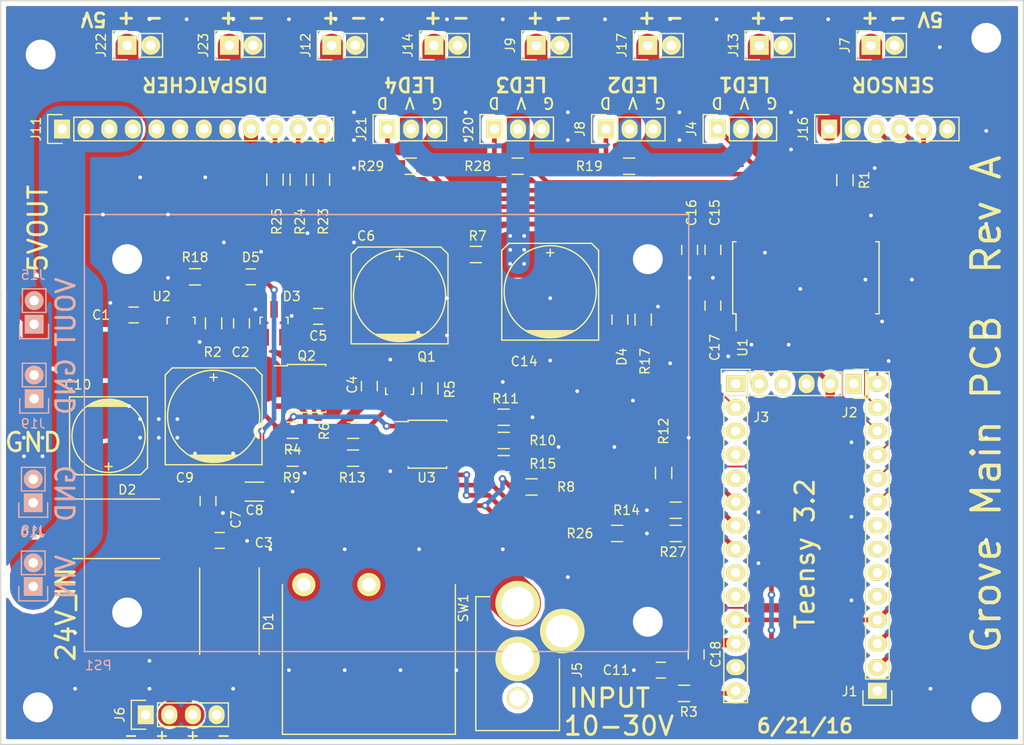
<source format=kicad_pcb>
(kicad_pcb (version 4) (host pcbnew 4.0.2-stable)
  (layers (0 F.Cu signal hide) (31 B.Cu signal) (34 B.Paste user hide) (35 F.Paste user hide) (36 B.SilkS user hide) (37 F.SilkS user hide) (38 B.Mask user hide) (39 F.Mask user hide) (44 Edge.Cuts user))
  (net 0 "")
  (net 1 /P3)
  (net 2 /P4)
  (net 3 /P5)
  (net 4 /P6)
  (net 5 /P7)
  (net 6 /P8)
  (net 7 /P9)
  (net 8 /P12)
  (net 9 /VBAT)
  (net 10 /PROG)
  (net 11 /DAC)
  (net 12 /P16)
  (net 13 /P17)
  (net 14 /P18)
  (net 15 /VIN)
  (net 16 GND)
  (net 17 /P11_MOSI)
  (net 18 +3V3)
  (net 19 +5V)
  (net 20 /3V3REG)
  (net 21 /24V_IN_SWITCHED)
  (net 22 /24V_IN_SW_RVP)
  (net 23 +5VP)
  (net 24 /24V_IN)
  (net 25 /P0_RX1)
  (net 26 /P1_TX1)
  (net 27 /CIN1)
  (net 28 /COUT1)
  (net 29 /C_RST)
  (net 30 /Q2G)
  (net 31 /Q2GR)
  (net 32 /U3OUT)
  (net 33 /5V_LSW)
  (net 34 /P10_CS)
  (net 35 /P14_SCK)
  (net 36 /P15_A1)
  (net 37 /P13_LED)
  (net 38 /LED_DOUT1)
  (net 39 /LED_DOUT2)
  (net 40 /P14_SCK_5V)
  (net 41 /P11_MOSI_5V)
  (net 42 /P10_CS_5V)
  (net 43 /P20_A6)
  (net 44 /MOSI_5V)
  (net 45 /CS_5V)
  (net 46 /CLK_5V)
  (net 47 /P19_A5)
  (net 48 "Net-(U1-Pad14)")
  (net 49 /P21)
  (net 50 /P22)
  (net 51 /LED_DOUT3)
  (net 52 /LED_DOUT4)
  (net 53 /D1_5V)
  (net 54 /D2_5V)
  (net 55 /D3_5V)
  (net 56 /D4_5V)
  (net 57 /D4K)
  (net 58 /D5K)
  (net 59 /P2_P23)
  (module Pin_Headers:Pin_Header_Straight_1x14 (layer F.Cu) (at 114.29 154.22 180)
    (fp_text reference J1 (at 2.99 -0.08 180) (layer F.SilkS))
    (fp_text value CONN_01X14)
    (pad 1 thru_hole rect (at 0 0 180) (size 2.032 1.7272) (drill 1.016) (layers *.Cu *.Mask F.SilkS) (net 16 GND))
    (pad 2 thru_hole oval (at 0 2.54 180) (size 2.032 1.7272) (drill 1.016) (layers *.Cu *.Mask F.SilkS) (net 25 /P0_RX1))
    (pad 3 thru_hole oval (at 0 5.08 180) (size 2.032 1.7272) (drill 1.016) (layers *.Cu *.Mask F.SilkS) (net 26 /P1_TX1))
    (pad 4 thru_hole oval (at 0 7.62 180) (size 2.032 1.7272) (drill 1.016) (layers *.Cu *.Mask F.SilkS) (net 59 /P2_P23))
    (pad 5 thru_hole oval (at 0 10.16 180) (size 2.032 1.7272) (drill 1.016) (layers *.Cu *.Mask F.SilkS) (net 1 /P3))
    (pad 6 thru_hole oval (at 0 12.7 180) (size 2.032 1.7272) (drill 1.016) (layers *.Cu *.Mask F.SilkS) (net 2 /P4))
    (pad 7 thru_hole oval (at 0 15.24 180) (size 2.032 1.7272) (drill 1.016) (layers *.Cu *.Mask F.SilkS) (net 3 /P5))
    (pad 8 thru_hole oval (at 0 17.78 180) (size 2.032 1.7272) (drill 1.016) (layers *.Cu *.Mask F.SilkS) (net 4 /P6))
    (pad 9 thru_hole oval (at 0 20.32 180) (size 2.032 1.7272) (drill 1.016) (layers *.Cu *.Mask F.SilkS) (net 5 /P7))
    (pad 10 thru_hole oval (at 0 22.86 180) (size 2.032 1.7272) (drill 1.016) (layers *.Cu *.Mask F.SilkS) (net 6 /P8))
    (pad 11 thru_hole oval (at 0 25.4 180) (size 2.032 1.7272) (drill 1.016) (layers *.Cu *.Mask F.SilkS) (net 7 /P9))
    (pad 12 thru_hole oval (at 0 27.94 180) (size 2.032 1.7272) (drill 1.016) (layers *.Cu *.Mask F.SilkS) (net 34 /P10_CS))
    (pad 13 thru_hole oval (at 0 30.48 180) (size 2.032 1.7272) (drill 1.016) (layers *.Cu *.Mask F.SilkS) (net 17 /P11_MOSI))
    (pad 14 thru_hole oval (at 0 33.02 180) (size 2.032 1.7272) (drill 1.016) (layers *.Cu *.Mask F.SilkS) (net 8 /P12))
  )
  (module Pin_Headers:Pin_Header_Straight_1x05 (layer F.Cu) (at 111.75 121.2 270)
    (fp_text reference J2 (at 3.1 0.45 360) (layer F.SilkS))
    (fp_text value CONN_01X05)
    (pad 1 thru_hole rect (at 0 0 270) (size 2.032 1.7272) (drill 1.016) (layers *.Cu *.Mask F.SilkS) (net 9 /VBAT))
    (pad 2 thru_hole oval (at 0 2.54 270) (size 2.032 1.7272) (drill 1.016) (layers *.Cu *.Mask F.SilkS) (net 18 +3V3))
    (pad 3 thru_hole oval (at 0 5.08 270) (size 2.032 1.7272) (drill 1.016) (layers *.Cu *.Mask F.SilkS) (net 16 GND))
    (pad 4 thru_hole oval (at 0 7.62 270) (size 2.032 1.7272) (drill 1.016) (layers *.Cu *.Mask F.SilkS) (net 10 /PROG))
    (pad 5 thru_hole oval (at 0 10.16 270) (size 2.032 1.7272) (drill 1.016) (layers *.Cu *.Mask F.SilkS) (net 11 /DAC))
  )
  (module Pin_Headers:Pin_Header_Straight_1x14 (layer F.Cu) (at 99.05 121.2)
    (fp_text reference J3 (at 2.75 3.6) (layer F.SilkS))
    (fp_text value CONN_01X14)
    (pad 1 thru_hole rect (at 0 0) (size 2.032 1.7272) (drill 1.016) (layers *.Cu *.Mask F.SilkS) (net 37 /P13_LED))
    (pad 2 thru_hole oval (at 0 2.54) (size 2.032 1.7272) (drill 1.016) (layers *.Cu *.Mask F.SilkS) (net 35 /P14_SCK))
    (pad 3 thru_hole oval (at 0 5.08) (size 2.032 1.7272) (drill 1.016) (layers *.Cu *.Mask F.SilkS) (net 36 /P15_A1))
    (pad 4 thru_hole oval (at 0 7.62) (size 2.032 1.7272) (drill 1.016) (layers *.Cu *.Mask F.SilkS) (net 12 /P16))
    (pad 5 thru_hole oval (at 0 10.16) (size 2.032 1.7272) (drill 1.016) (layers *.Cu *.Mask F.SilkS) (net 13 /P17))
    (pad 6 thru_hole oval (at 0 12.7) (size 2.032 1.7272) (drill 1.016) (layers *.Cu *.Mask F.SilkS) (net 14 /P18))
    (pad 7 thru_hole oval (at 0 15.24) (size 2.032 1.7272) (drill 1.016) (layers *.Cu *.Mask F.SilkS) (net 47 /P19_A5))
    (pad 8 thru_hole oval (at 0 17.78) (size 2.032 1.7272) (drill 1.016) (layers *.Cu *.Mask F.SilkS) (net 43 /P20_A6))
    (pad 9 thru_hole oval (at 0 20.32) (size 2.032 1.7272) (drill 1.016) (layers *.Cu *.Mask F.SilkS) (net 49 /P21))
    (pad 10 thru_hole oval (at 0 22.86) (size 2.032 1.7272) (drill 1.016) (layers *.Cu *.Mask F.SilkS) (net 50 /P22))
    (pad 11 thru_hole oval (at 0 25.4) (size 2.032 1.7272) (drill 1.016) (layers *.Cu *.Mask F.SilkS) (net 59 /P2_P23))
    (pad 12 thru_hole oval (at 0 27.94) (size 2.032 1.7272) (drill 1.016) (layers *.Cu *.Mask F.SilkS) (net 18 +3V3))
    (pad 13 thru_hole oval (at 0 30.48) (size 2.032 1.7272) (drill 1.016) (layers *.Cu *.Mask F.SilkS) (net 16 GND))
    (pad 14 thru_hole oval (at 0 33.02) (size 2.032 1.7272) (drill 1.016) (layers *.Cu *.Mask F.SilkS) (net 15 /VIN))
  )
  (module Pin_Headers:Pin_Header_Straight_1x03 (layer F.Cu) (at 97.1 93.8 90)
    (fp_text reference J4 (at 0 -2.8 90) (layer F.SilkS))
    (fp_text value CONN_01X03)
    (pad 1 thru_hole rect (at 0 0 90) (size 2.032 1.7272) (drill 1.016) (layers *.Cu *.Mask F.SilkS) (net 38 /LED_DOUT1))
    (pad 2 thru_hole oval (at 0 2.54 90) (size 2.032 1.7272) (drill 1.016) (layers *.Cu *.Mask F.SilkS) (net 23 +5VP))
    (pad 3 thru_hole oval (at 0 5.08 90) (size 2.032 1.7272) (drill 1.016) (layers *.Cu *.Mask F.SilkS) (net 16 GND))
  )
  (module Resistors_SMD:R_0805_HandSoldering (layer F.Cu) (at 110.8 99.3 270)
    (fp_text reference R1 (at 0 -2.1 270) (layer F.SilkS))
    (fp_text value 220)
    (pad 1 smd rect (at -1.35 0 270) (size 1.5 1.3) (layers F.Cu F.Paste F.Mask) (net 38 /LED_DOUT1))
    (pad 2 smd rect (at 1.35 0 270) (size 1.5 1.3) (layers F.Cu F.Paste F.Mask) (net 53 /D1_5V))
  )
  (module Capacitors_SMD:C_0805_HandSoldering (layer F.Cu) (at 34.3 113.8 180)
    (fp_text reference C1 (at 3.5 0 180) (layer F.SilkS))
    (fp_text value "1u, 0805")
    (pad 1 smd rect (at -1.25 0 180) (size 1.5 1.25) (layers F.Cu F.Paste F.Mask) (net 19 +5V))
    (pad 2 smd rect (at 1.25 0 180) (size 1.5 1.25) (layers F.Cu F.Paste F.Mask) (net 16 GND))
  )
  (module Capacitors_SMD:C_0805_HandSoldering (layer F.Cu) (at 45.9 114.7 90)
    (fp_text reference C2 (at -3.1 -0.1 180) (layer F.SilkS))
    (fp_text value "1u, 0805")
    (pad 1 smd rect (at -1.25 0 90) (size 1.5 1.25) (layers F.Cu F.Paste F.Mask) (net 20 /3V3REG))
    (pad 2 smd rect (at 1.25 0 90) (size 1.5 1.25) (layers F.Cu F.Paste F.Mask) (net 16 GND))
  )
  (module Resistors_SMD:R_0805_HandSoldering (layer F.Cu) (at 42.9 114.7 270)
    (fp_text reference R2 (at 3.1 0.1 360) (layer F.SilkS))
    (fp_text value DNS)
    (pad 1 smd rect (at -1.35 0 270) (size 1.5 1.3) (layers F.Cu F.Paste F.Mask) (net 18 +3V3))
    (pad 2 smd rect (at 1.35 0 270) (size 1.5 1.3) (layers F.Cu F.Paste F.Mask) (net 20 /3V3REG))
  )
  (module Capacitors_SMD:C_0805_HandSoldering (layer F.Cu) (at 43.55 138.05)
    (fp_text reference C3 (at 4.75 0.25) (layer F.SilkS))
    (fp_text value "1u, 0805")
    (pad 1 smd rect (at -1.25 0) (size 1.5 1.25) (layers F.Cu F.Paste F.Mask) (net 21 /24V_IN_SWITCHED))
    (pad 2 smd rect (at 1.25 0) (size 1.5 1.25) (layers F.Cu F.Paste F.Mask) (net 16 GND))
  )
  (module Capacitors_SMD:C_0805_HandSoldering (layer F.Cu) (at 59.65 121.45 270)
    (fp_text reference C4 (at -0.15 1.85 270) (layer F.SilkS))
    (fp_text value "1u, 0805")
    (pad 1 smd rect (at -1.25 0 270) (size 1.5 1.25) (layers F.Cu F.Paste F.Mask) (net 33 /5V_LSW))
    (pad 2 smd rect (at 1.25 0 270) (size 1.5 1.25) (layers F.Cu F.Paste F.Mask) (net 30 /Q2G))
  )
  (module Capacitors_SMD:C_0805_HandSoldering (layer F.Cu) (at 54.15 113.95 180)
    (fp_text reference C5 (at 0 -2.1 180) (layer F.SilkS))
    (fp_text value "1u, 0805")
    (pad 1 smd rect (at -1.25 0 180) (size 1.5 1.25) (layers F.Cu F.Paste F.Mask) (net 33 /5V_LSW))
    (pad 2 smd rect (at 1.25 0 180) (size 1.5 1.25) (layers F.Cu F.Paste F.Mask) (net 16 GND))
  )
  (module Capacitors_SMD:c_elec_10x10 (layer F.Cu) (at 62.9 111.7 90)
    (fp_text reference C6 (at 6.4 -3.6 180) (layer F.SilkS))
    (fp_text value "1000u, 10V")
    (pad 1 smd rect (at 4.0005 0 90) (size 4.0005 2.4003) (layers F.Cu F.Paste F.Mask) (net 33 /5V_LSW))
    (pad 2 smd rect (at -4.0005 0 90) (size 4.0005 2.4003) (layers F.Cu F.Paste F.Mask) (net 16 GND))
  )
  (module Capacitors_SMD:C_0805_HandSoldering (layer F.Cu) (at 42.3 133.8 270)
    (fp_text reference C7 (at 2 -3 270) (layer F.SilkS))
    (fp_text value "1u, 0805")
    (pad 1 smd rect (at -1.25 0 270) (size 1.5 1.25) (layers F.Cu F.Paste F.Mask) (net 22 /24V_IN_SW_RVP))
    (pad 2 smd rect (at 1.25 0 270) (size 1.5 1.25) (layers F.Cu F.Paste F.Mask) (net 16 GND))
  )
  (module Capacitors_SMD:c_elec_8x10 (layer F.Cu) (at 31.6 126.8 270)
    (fp_text reference C9 (at 4.5 -8.2 360) (layer F.SilkS))
    (fp_text value "220u, 35V")
    (pad 1 smd rect (at 3.2512 0 270) (size 3.50012 2.4003) (layers F.Cu F.Paste F.Mask) (net 22 /24V_IN_SW_RVP))
    (pad 2 smd rect (at -3.2512 0 270) (size 3.50012 2.4003) (layers F.Cu F.Paste F.Mask) (net 16 GND))
  )
  (module Capacitors_SMD:c_elec_10x10 (layer F.Cu) (at 42.9 124.7 90)
    (fp_text reference C10 (at 3.4 -14.6 180) (layer F.SilkS))
    (fp_text value "1000u, 10V")
    (pad 1 smd rect (at 4.0005 0 90) (size 4.0005 2.4003) (layers F.Cu F.Paste F.Mask) (net 19 +5V))
    (pad 2 smd rect (at -4.0005 0 90) (size 4.0005 2.4003) (layers F.Cu F.Paste F.Mask) (net 16 GND))
  )
  (module Pin_Headers:Pin_Header_Straight_1x03 (layer F.Cu) (at 85.1 93.8 90)
    (fp_text reference J8 (at 0 -2.8 90) (layer F.SilkS))
    (fp_text value CONN_01X03)
    (pad 1 thru_hole rect (at 0 0 90) (size 2.032 1.7272) (drill 1.016) (layers *.Cu *.Mask F.SilkS) (net 39 /LED_DOUT2))
    (pad 2 thru_hole oval (at 0 2.54 90) (size 2.032 1.7272) (drill 1.016) (layers *.Cu *.Mask F.SilkS) (net 23 +5VP))
    (pad 3 thru_hole oval (at 0 5.08 90) (size 2.032 1.7272) (drill 1.016) (layers *.Cu *.Mask F.SilkS) (net 16 GND))
  )
  (module TO_SOT_Packages_SMD:SOT-23_Handsoldering (layer F.Cu) (at 62.9 121.7 180)
    (fp_text reference Q1 (at -2.9 3.4 180) (layer F.SilkS))
    (fp_text value Q_NMOS_GSD)
    (pad 1 smd rect (at -0.95 1.50114 180) (size 0.8001 1.80086) (layers F.Cu F.Paste F.Mask) (net 14 /P18))
    (pad 2 smd rect (at 0.95 1.50114 180) (size 0.8001 1.80086) (layers F.Cu F.Paste F.Mask) (net 16 GND))
    (pad 3 smd rect (at 0 -1.50114 180) (size 0.8001 1.80086) (layers F.Cu F.Paste F.Mask) (net 31 /Q2GR))
  )
  (module Housings_SOIC:SOIC-8_3.9x4.9mm_Pitch1.27mm (layer F.Cu) (at 52.9 121.7)
    (fp_text reference Q2 (at 0 -3.5) (layer F.SilkS))
    (fp_text value Q_PMOS_SO8)
    (pad 1 smd rect (at -2.7 -1.905) (size 1.55 0.6) (layers F.Cu F.Paste F.Mask) (net 19 +5V))
    (pad 2 smd rect (at -2.7 -0.635) (size 1.55 0.6) (layers F.Cu F.Paste F.Mask) (net 19 +5V))
    (pad 3 smd rect (at -2.7 0.635) (size 1.55 0.6) (layers F.Cu F.Paste F.Mask) (net 19 +5V))
    (pad 4 smd rect (at -2.7 1.905) (size 1.55 0.6) (layers F.Cu F.Paste F.Mask) (net 30 /Q2G))
    (pad 5 smd rect (at 2.7 1.905) (size 1.55 0.6) (layers F.Cu F.Paste F.Mask) (net 33 /5V_LSW))
    (pad 6 smd rect (at 2.7 0.635) (size 1.55 0.6) (layers F.Cu F.Paste F.Mask) (net 33 /5V_LSW))
    (pad 7 smd rect (at 2.7 -0.635) (size 1.55 0.6) (layers F.Cu F.Paste F.Mask) (net 33 /5V_LSW))
    (pad 8 smd rect (at 2.7 -1.905) (size 1.55 0.6) (layers F.Cu F.Paste F.Mask) (net 33 /5V_LSW))
  )
  (module Resistors_SMD:R_0805_HandSoldering (layer F.Cu) (at 51.4 126.2 180)
    (fp_text reference R4 (at 0 -2.1 180) (layer F.SilkS))
    (fp_text value 10k)
    (pad 1 smd rect (at -1.35 0 180) (size 1.5 1.3) (layers F.Cu F.Paste F.Mask) (net 30 /Q2G))
    (pad 2 smd rect (at 1.35 0 180) (size 1.5 1.3) (layers F.Cu F.Paste F.Mask) (net 19 +5V))
  )
  (module Resistors_SMD:R_0805_HandSoldering (layer F.Cu) (at 66.15 121.7 90)
    (fp_text reference R5 (at -0.1 2.15 90) (layer F.SilkS))
    (fp_text value R)
    (pad 1 smd rect (at -1.35 0 90) (size 1.5 1.3) (layers F.Cu F.Paste F.Mask) (net 16 GND))
    (pad 2 smd rect (at 1.35 0 90) (size 1.5 1.3) (layers F.Cu F.Paste F.Mask) (net 14 /P18))
  )
  (module Resistors_SMD:R_0805_HandSoldering (layer F.Cu) (at 57.9 126.2 180)
    (fp_text reference R6 (at 3.1 -0.1 270) (layer F.SilkS))
    (fp_text value 100)
    (pad 1 smd rect (at -1.35 0 180) (size 1.5 1.3) (layers F.Cu F.Paste F.Mask) (net 31 /Q2GR))
    (pad 2 smd rect (at 1.35 0 180) (size 1.5 1.3) (layers F.Cu F.Paste F.Mask) (net 30 /Q2G))
  )
  (module Resistors_SMD:R_0805_HandSoldering (layer F.Cu) (at 71.1 107.3 180)
    (fp_text reference R7 (at -0.2 2 180) (layer F.SilkS))
    (fp_text value R)
    (pad 1 smd rect (at -1.35 0 180) (size 1.5 1.3) (layers F.Cu F.Paste F.Mask) (net 23 +5VP))
    (pad 2 smd rect (at 1.35 0 180) (size 1.5 1.3) (layers F.Cu F.Paste F.Mask) (net 33 /5V_LSW))
  )
  (module KicadLocalLibs:PJ-050AH (layer F.Cu) (at 75.6 147.8 90)
    (fp_text reference J5 (at -4.2 6.4 90) (layer F.SilkS))
    (fp_text value BARREL_JACK)
    (pad 4 thru_hole circle (at -7.2 0 90) (size 2.3 2.3) (drill 1.8) (layers *.Cu *.Mask F.SilkS))
    (pad 3 thru_hole circle (at -3 0 90) (size 4.8 4.8) (drill 3.5) (layers *.Cu *.Mask F.SilkS) (net 16 GND))
    (pad 1 thru_hole circle (at 3 0 90) (size 4.8 4.8) (drill 3.5) (layers *.Cu *.Mask F.SilkS) (net 24 /24V_IN))
    (pad 2 thru_hole circle (at 0 4.8 90) (size 4.8 4.8) (drill 3.5) (layers *.Cu *.Mask F.SilkS) (net 16 GND))
  )
  (module Resistors_SMD:R_0805_HandSoldering (layer F.Cu) (at 77.1 132.3 180)
    (fp_text reference R8 (at -3.7 0 180) (layer F.SilkS))
    (fp_text value R)
    (pad 1 smd rect (at -1.35 0 180) (size 1.5 1.3) (layers F.Cu F.Paste F.Mask) (net 14 /P18))
    (pad 2 smd rect (at 1.35 0 180) (size 1.5 1.3) (layers F.Cu F.Paste F.Mask) (net 18 +3V3))
  )
  (module Capacitors_SMD:C_0805_HandSoldering (layer F.Cu) (at 86.6 114.3 90)
    (fp_text reference D4 (at -4 0.2 90) (layer F.SilkS))
    (fp_text value LED)
    (pad 1 smd rect (at -1.25 0 90) (size 1.5 1.25) (layers F.Cu F.Paste F.Mask) (net 57 /D4K))
    (pad 2 smd rect (at 1.25 0 90) (size 1.5 1.25) (layers F.Cu F.Paste F.Mask) (net 23 +5VP))
  )
  (module Capacitors_SMD:C_0805_HandSoldering (layer F.Cu) (at 46.9 109.7)
    (fp_text reference D5 (at 0 -2.1) (layer F.SilkS))
    (fp_text value LED)
    (pad 1 smd rect (at -1.25 0) (size 1.5 1.25) (layers F.Cu F.Paste F.Mask) (net 58 /D5K))
    (pad 2 smd rect (at 1.25 0) (size 1.5 1.25) (layers F.Cu F.Paste F.Mask) (net 18 +3V3))
  )
  (module Resistors_SMD:R_0805_HandSoldering (layer F.Cu) (at 51.4 129.2 180)
    (fp_text reference R9 (at 0.1 -2.1 180) (layer F.SilkS))
    (fp_text value DNS)
    (pad 1 smd rect (at -1.35 0 180) (size 1.5 1.3) (layers F.Cu F.Paste F.Mask) (net 16 GND))
    (pad 2 smd rect (at 1.35 0 180) (size 1.5 1.3) (layers F.Cu F.Paste F.Mask) (net 30 /Q2G))
  )
  (module Resistors_SMD:R_0805_HandSoldering (layer F.Cu) (at 74.1 127.3 180)
    (fp_text reference R10 (at -4.2 0 180) (layer F.SilkS))
    (fp_text value R)
    (pad 1 smd rect (at -1.35 0 180) (size 1.5 1.3) (layers F.Cu F.Paste F.Mask) (net 27 /CIN1))
    (pad 2 smd rect (at 1.35 0 180) (size 1.5 1.3) (layers F.Cu F.Paste F.Mask) (net 28 /COUT1))
  )
  (module Resistors_SMD:R_0805_HandSoldering (layer F.Cu) (at 74.1 124.8 180)
    (fp_text reference R11 (at -0.2 2 180) (layer F.SilkS))
    (fp_text value R)
    (pad 1 smd rect (at -1.35 0 180) (size 1.5 1.3) (layers F.Cu F.Paste F.Mask) (net 16 GND))
    (pad 2 smd rect (at 1.35 0 180) (size 1.5 1.3) (layers F.Cu F.Paste F.Mask) (net 27 /CIN1))
  )
  (module Resistors_SMD:R_0805_HandSoldering (layer F.Cu) (at 91.3 130.8 90)
    (fp_text reference R12 (at 4.5 0 90) (layer F.SilkS))
    (fp_text value 1MEG)
    (pad 1 smd rect (at -1.35 0 90) (size 1.5 1.3) (layers F.Cu F.Paste F.Mask) (net 47 /P19_A5))
    (pad 2 smd rect (at 1.35 0 90) (size 1.5 1.3) (layers F.Cu F.Paste F.Mask) (net 23 +5VP))
  )
  (module Resistors_SMD:R_0805_HandSoldering (layer F.Cu) (at 57.9 129.2 180)
    (fp_text reference R13 (at 0.1 -2.1 360) (layer F.SilkS))
    (fp_text value DNS)
    (pad 1 smd rect (at -1.35 0 180) (size 1.5 1.3) (layers F.Cu F.Paste F.Mask) (net 32 /U3OUT))
    (pad 2 smd rect (at 1.35 0 180) (size 1.5 1.3) (layers F.Cu F.Paste F.Mask) (net 30 /Q2G))
  )
  (module Resistors_SMD:R_0805_HandSoldering (layer F.Cu) (at 92.6 134.8)
    (fp_text reference R14 (at -5.3 0) (layer F.SilkS))
    (fp_text value 1MEG)
    (pad 1 smd rect (at -1.35 0) (size 1.5 1.3) (layers F.Cu F.Paste F.Mask) (net 16 GND))
    (pad 2 smd rect (at 1.35 0) (size 1.5 1.3) (layers F.Cu F.Paste F.Mask) (net 47 /P19_A5))
  )
  (module Resistors_SMD:R_0805_HandSoldering (layer F.Cu) (at 74.1 129.8)
    (fp_text reference R15 (at 4.2 0) (layer F.SilkS))
    (fp_text value R)
    (pad 1 smd rect (at -1.35 0) (size 1.5 1.3) (layers F.Cu F.Paste F.Mask) (net 29 /C_RST))
    (pad 2 smd rect (at 1.35 0) (size 1.5 1.3) (layers F.Cu F.Paste F.Mask) (net 18 +3V3))
  )
  (module Resistors_SMD:R_0805_HandSoldering (layer F.Cu) (at 89.1 114.3 270)
    (fp_text reference R17 (at 4.5 -0.2 270) (layer F.SilkS))
    (fp_text value R)
    (pad 1 smd rect (at -1.35 0 270) (size 1.5 1.3) (layers F.Cu F.Paste F.Mask) (net 16 GND))
    (pad 2 smd rect (at 1.35 0 270) (size 1.5 1.3) (layers F.Cu F.Paste F.Mask) (net 57 /D4K))
  )
  (module Resistors_SMD:R_0805_HandSoldering (layer F.Cu) (at 40.9 109.7)
    (fp_text reference R18 (at 0 -2.1) (layer F.SilkS))
    (fp_text value DNS)
    (pad 1 smd rect (at -1.35 0) (size 1.5 1.3) (layers F.Cu F.Paste F.Mask) (net 16 GND))
    (pad 2 smd rect (at 1.35 0) (size 1.5 1.3) (layers F.Cu F.Paste F.Mask) (net 58 /D5K))
  )
  (module Housings_SOIC:SOIC-8_3.9x4.9mm_Pitch1.27mm (layer F.Cu) (at 65.9 127.7)
    (fp_text reference U3 (at -0.1 3.6) (layer F.SilkS))
    (fp_text value MAX4373TEUA+TG071)
    (pad 1 smd rect (at -2.7 -1.905) (size 1.55 0.6) (layers F.Cu F.Paste F.Mask) (net 19 +5V))
    (pad 2 smd rect (at -2.7 -0.635) (size 1.55 0.6) (layers F.Cu F.Paste F.Mask) (net 32 /U3OUT))
    (pad 3 smd rect (at -2.7 0.635) (size 1.55 0.6) (layers F.Cu F.Paste F.Mask) (net 27 /CIN1))
    (pad 4 smd rect (at -2.7 1.905) (size 1.55 0.6) (layers F.Cu F.Paste F.Mask) (net 16 GND))
    (pad 5 smd rect (at 2.7 1.905) (size 1.55 0.6) (layers F.Cu F.Paste F.Mask) (net 29 /C_RST))
    (pad 6 smd rect (at 2.7 0.635) (size 1.55 0.6) (layers F.Cu F.Paste F.Mask) (net 28 /COUT1))
    (pad 7 smd rect (at 2.7 -0.635) (size 1.55 0.6) (layers F.Cu F.Paste F.Mask) (net 23 +5VP))
    (pad 8 smd rect (at 2.7 -1.905) (size 1.55 0.6) (layers F.Cu F.Paste F.Mask) (net 33 /5V_LSW))
  )
  (module Pin_Headers:Pin_Header_Straight_1x04 (layer F.Cu) (at 35.6 156.8 90)
    (fp_text reference J6 (at 0 -2.8 90) (layer F.SilkS))
    (fp_text value CONN_01X04)
    (pad 1 thru_hole rect (at 0 0 90) (size 2.032 1.7272) (drill 1.016) (layers *.Cu *.Mask F.SilkS) (net 16 GND))
    (pad 2 thru_hole oval (at 0 2.54 90) (size 2.032 1.7272) (drill 1.016) (layers *.Cu *.Mask F.SilkS) (net 24 /24V_IN))
    (pad 3 thru_hole oval (at 0 5.08 90) (size 2.032 1.7272) (drill 1.016) (layers *.Cu *.Mask F.SilkS) (net 24 /24V_IN))
    (pad 4 thru_hole oval (at 0 7.62 90) (size 2.032 1.7272) (drill 1.016) (layers *.Cu *.Mask F.SilkS) (net 16 GND))
  )
  (module Diodes_SMD:DO-214AB_Handsoldering (layer F.Cu) (at 33.6 136.8)
    (fp_text reference D2 (at 0 -4.2) (layer F.SilkS))
    (fp_text value SL44HE3_A/H)
    (pad 2 smd rect (at 4.1 0) (size 3.6 3.2) (layers F.Cu F.Paste F.Mask) (net 21 /24V_IN_SWITCHED))
    (pad 1 smd rect (at -4.1 0) (size 3.6 3.2) (layers F.Cu F.Paste F.Mask) (net 22 /24V_IN_SW_RVP))
  )
  (module TO_SOT_Packages_SMD:SOT-23_Handsoldering (layer F.Cu) (at 39.4 114.7)
    (fp_text reference U2 (at -2.1 -2.9) (layer F.SilkS))
    (fp_text value MCP1700T-3302E/TT)
    (pad 1 smd rect (at -0.95 1.50114) (size 0.8001 1.80086) (layers F.Cu F.Paste F.Mask) (net 19 +5V))
    (pad 2 smd rect (at 0.95 1.50114) (size 0.8001 1.80086) (layers F.Cu F.Paste F.Mask) (net 16 GND))
    (pad 3 smd rect (at 0 -1.50114) (size 0.8001 1.80086) (layers F.Cu F.Paste F.Mask) (net 20 /3V3REG))
  )
  (module KicadLocalLibs:R1966ABLKBLKFR (layer F.Cu) (at 59.6 142.8 270)
    (fp_text reference SW1 (at 2.54 -10.16 450) (layer F.SilkS))
    (fp_text value SPST)
    (pad 1 thru_hole circle (at 0 7 270) (size 2.5 2.5) (drill 1.5) (layers *.Cu *.Mask F.SilkS) (net 21 /24V_IN_SWITCHED))
    (pad 2 thru_hole circle (at 0 0 270) (size 2.5 2.5) (drill 1.5) (layers *.Cu *.Mask F.SilkS) (net 24 /24V_IN))
  )
  (module Diodes_SMD:DO-214AB_Handsoldering (layer F.Cu) (at 44.6 146.8 270)
    (fp_text reference D1 (at 0 -4.2 270) (layer F.SilkS))
    (fp_text value TVS)
    (pad 2 smd rect (at 4.1 0 270) (size 3.6 3.2) (layers F.Cu F.Paste F.Mask) (net 16 GND))
    (pad 1 smd rect (at -4.1 0 270) (size 3.6 3.2) (layers F.Cu F.Paste F.Mask) (net 21 /24V_IN_SWITCHED))
  )
  (module KicadLocalLibs:TC43200 (layer B.Cu) (at 29 103)
    (fp_text reference PS1 (at 1.5 48.5) (layer B.SilkS) (effects (justify mirror)))
    (fp_text value PS_BUCK_MODULE)
  )
  (module Mounting_Holes:MountingHole_3.2mm_M3 (layer F.Cu) (at 24 156)
    (fp_text reference W1 hide)
    (fp_text value TEST_1P)
    (pad 1 np_thru_hole circle (at 0 0) (size 3.2 3.2) (drill 3.2) (layers *.Cu *.Mask F.SilkS) (net 16 GND))
  )
  (module Mounting_Holes:MountingHole_3.2mm_M3 (layer F.Cu) (at 126 156)
    (fp_text reference W2 hide)
    (fp_text value TEST_1P)
    (pad 1 np_thru_hole circle (at 0 0) (size 3.2 3.2) (drill 3.2) (layers *.Cu *.Mask F.SilkS) (net 16 GND))
  )
  (module Mounting_Holes:MountingHole_3.2mm_M3 (layer F.Cu) (at 89.6 146.8)
    (fp_text reference W5 hide)
    (fp_text value TEST_1P)
    (pad 1 np_thru_hole circle (at 0 0) (size 3.2 3.2) (drill 3.2) (layers *.Cu *.Mask F.SilkS) (net 16 GND))
  )
  (module Mounting_Holes:MountingHole_3.2mm_M3 (layer F.Cu) (at 89.6 107.8)
    (fp_text reference W6 hide)
    (fp_text value TEST_1P)
    (pad 1 np_thru_hole circle (at 0 0) (size 3.2 3.2) (drill 3.2) (layers *.Cu *.Mask F.SilkS) (net 16 GND))
  )
  (module Mounting_Holes:MountingHole_3.2mm_M3 (layer F.Cu) (at 33.6 107.8)
    (fp_text reference W7 hide)
    (fp_text value TEST_1P)
    (pad 1 np_thru_hole circle (at 0 0) (size 3.2 3.2) (drill 3.2) (layers *.Cu *.Mask F.SilkS) (net 16 GND))
  )
  (module Mounting_Holes:MountingHole_3.2mm_M3 (layer F.Cu) (at 33.6 145.8)
    (fp_text reference W8 hide)
    (fp_text value TEST_1P)
    (pad 1 np_thru_hole circle (at 0 0) (size 3.2 3.2) (drill 3.2) (layers *.Cu *.Mask F.SilkS) (net 16 GND))
  )
  (module Pin_Headers:Pin_Header_Straight_1x02 (layer B.Cu) (at 23.5 143)
    (fp_text reference J10 (at -0.1 -5.8) (layer B.SilkS) (effects (justify mirror)))
    (fp_text value CONN_01X02)
    (pad 1 thru_hole rect (at 0 0) (size 2.032 2.032) (drill 1.016) (layers *.Cu *.Mask B.SilkS) (net 22 /24V_IN_SW_RVP))
    (pad 2 thru_hole oval (at 0 -2.54) (size 2.032 2.032) (drill 1.016) (layers *.Cu *.Mask B.SilkS) (net 22 /24V_IN_SW_RVP))
  )
  (module Pin_Headers:Pin_Header_Straight_1x02 (layer B.Cu) (at 23.6 114.8)
    (fp_text reference J15 (at -0.1 -5.3) (layer B.SilkS) (effects (justify mirror)))
    (fp_text value CONN_01X02)
    (pad 1 thru_hole rect (at 0 0) (size 2.032 2.032) (drill 1.016) (layers *.Cu *.Mask B.SilkS) (net 19 +5V))
    (pad 2 thru_hole oval (at 0 -2.54) (size 2.032 2.032) (drill 1.016) (layers *.Cu *.Mask B.SilkS) (net 19 +5V))
  )
  (module Pin_Headers:Pin_Header_Straight_1x06 (layer F.Cu) (at 109.1 93.8 90)
    (fp_text reference J16 (at 0 -2.8 90) (layer F.SilkS))
    (fp_text value CONN_01X06)
    (pad 1 thru_hole rect (at 0 0 90) (size 2.032 1.7272) (drill 1.016) (layers *.Cu *.Mask F.SilkS) (net 23 +5VP))
    (pad 2 thru_hole oval (at 0 2.54 90) (size 2.032 1.7272) (drill 1.016) (layers *.Cu *.Mask F.SilkS) (net 16 GND))
    (pad 3 thru_hole oval (at 0 5.08 90) (size 2.032 1.7272) (drill 1.016) (layers *.Cu *.Mask F.SilkS) (net 59 /P2_P23))
    (pad 4 thru_hole oval (at 0 7.62 90) (size 2.032 1.7272) (drill 1.016) (layers *.Cu *.Mask F.SilkS) (net 26 /P1_TX1))
    (pad 5 thru_hole oval (at 0 10.16 90) (size 2.032 1.7272) (drill 1.016) (layers *.Cu *.Mask F.SilkS) (net 25 /P0_RX1))
    (pad 6 thru_hole oval (at 0 12.7 90) (size 2.032 1.7272) (drill 1.016) (layers *.Cu *.Mask F.SilkS) (net 16 GND))
  )
  (module KicadLocalLibs:SOT-23_DIODE_Handsoldering (layer F.Cu) (at 49.4 114.7)
    (fp_text reference D3 (at 1.9 -2.9) (layer F.SilkS))
    (fp_text value PMEG2005ET,215)
    (pad 2 smd rect (at -0.95 1.50114) (size 0.8001 1.80086) (layers F.Cu F.Paste F.Mask) (net 20 /3V3REG))
    (pad 3 smd rect (at 0.95 1.50114) (size 0.8001 1.80086) (layers F.Cu F.Paste F.Mask))
    (pad 1 smd rect (at 0 -1.50114) (size 0.8001 1.80086) (layers F.Cu F.Paste F.Mask) (net 18 +3V3))
  )
  (module Pin_Headers:Pin_Header_Straight_1x12 (layer F.Cu) (at 26.6 93.8 90)
    (fp_text reference J11 (at 0 -2.8 90) (layer F.SilkS))
    (fp_text value CONN_01X12)
    (pad 1 thru_hole rect (at 0 0 90) (size 2.032 1.7272) (drill 1.016) (layers *.Cu *.Mask F.SilkS) (net 22 /24V_IN_SW_RVP))
    (pad 2 thru_hole oval (at 0 2.54 90) (size 2.032 1.7272) (drill 1.016) (layers *.Cu *.Mask F.SilkS) (net 22 /24V_IN_SW_RVP))
    (pad 3 thru_hole oval (at 0 5.08 90) (size 2.032 1.7272) (drill 1.016) (layers *.Cu *.Mask F.SilkS) (net 22 /24V_IN_SW_RVP))
    (pad 4 thru_hole oval (at 0 7.62 90) (size 2.032 1.7272) (drill 1.016) (layers *.Cu *.Mask F.SilkS) (net 22 /24V_IN_SW_RVP))
    (pad 5 thru_hole oval (at 0 10.16 90) (size 2.032 1.7272) (drill 1.016) (layers *.Cu *.Mask F.SilkS) (net 16 GND))
    (pad 6 thru_hole oval (at 0 12.7 90) (size 2.032 1.7272) (drill 1.016) (layers *.Cu *.Mask F.SilkS) (net 16 GND))
    (pad 7 thru_hole oval (at 0 15.24 90) (size 2.032 1.7272) (drill 1.016) (layers *.Cu *.Mask F.SilkS) (net 16 GND))
    (pad 8 thru_hole oval (at 0 17.78 90) (size 2.032 1.7272) (drill 1.016) (layers *.Cu *.Mask F.SilkS) (net 16 GND))
    (pad 9 thru_hole oval (at 0 20.32 90) (size 2.032 1.7272) (drill 1.016) (layers *.Cu *.Mask F.SilkS) (net 33 /5V_LSW))
    (pad 10 thru_hole oval (at 0 22.86 90) (size 2.032 1.7272) (drill 1.016) (layers *.Cu *.Mask F.SilkS) (net 45 /CS_5V))
    (pad 11 thru_hole oval (at 0 25.4 90) (size 2.032 1.7272) (drill 1.016) (layers *.Cu *.Mask F.SilkS) (net 44 /MOSI_5V))
    (pad 12 thru_hole oval (at 0 27.94 90) (size 2.032 1.7272) (drill 1.016) (layers *.Cu *.Mask F.SilkS) (net 46 /CLK_5V))
  )
  (module Resistors_SMD:R_0805_HandSoldering (layer F.Cu) (at 87.6 97.8)
    (fp_text reference R19 (at -4.3 0) (layer F.SilkS))
    (fp_text value 220)
    (pad 1 smd rect (at -1.35 0) (size 1.5 1.3) (layers F.Cu F.Paste F.Mask) (net 39 /LED_DOUT2))
    (pad 2 smd rect (at 1.35 0) (size 1.5 1.3) (layers F.Cu F.Paste F.Mask) (net 54 /D2_5V))
  )
  (module Resistors_SMD:R_0805_HandSoldering (layer F.Cu) (at 54.5 99.25 270)
    (fp_text reference R23 (at 4.5 -0.2 270) (layer F.SilkS))
    (fp_text value 220)
    (pad 1 smd rect (at -1.35 0 270) (size 1.5 1.3) (layers F.Cu F.Paste F.Mask) (net 46 /CLK_5V))
    (pad 2 smd rect (at 1.35 0 270) (size 1.5 1.3) (layers F.Cu F.Paste F.Mask) (net 40 /P14_SCK_5V))
  )
  (module Resistors_SMD:R_0805_HandSoldering (layer F.Cu) (at 52 99.25 270)
    (fp_text reference R24 (at 4.5 -0.2 270) (layer F.SilkS))
    (fp_text value 220)
    (pad 1 smd rect (at -1.35 0 270) (size 1.5 1.3) (layers F.Cu F.Paste F.Mask) (net 44 /MOSI_5V))
    (pad 2 smd rect (at 1.35 0 270) (size 1.5 1.3) (layers F.Cu F.Paste F.Mask) (net 41 /P11_MOSI_5V))
  )
  (module Resistors_SMD:R_0805_HandSoldering (layer F.Cu) (at 49.5 99.25 270)
    (fp_text reference R25 (at 4.5 -0.2 270) (layer F.SilkS))
    (fp_text value 220)
    (pad 1 smd rect (at -1.35 0 270) (size 1.5 1.3) (layers F.Cu F.Paste F.Mask) (net 45 /CS_5V))
    (pad 2 smd rect (at 1.35 0 270) (size 1.5 1.3) (layers F.Cu F.Paste F.Mask) (net 42 /P10_CS_5V))
  )
  (module Capacitors_SMD:c_elec_10x10 (layer F.Cu) (at 79.1 111.3 90)
    (fp_text reference C14 (at -7.5 -2.8 180) (layer F.SilkS))
    (fp_text value "1000u, 10V")
    (pad 1 smd rect (at 4.0005 0 90) (size 4.0005 2.4003) (layers F.Cu F.Paste F.Mask) (net 23 +5VP))
    (pad 2 smd rect (at -4.0005 0 90) (size 4.0005 2.4003) (layers F.Cu F.Paste F.Mask) (net 16 GND))
  )
  (module Pin_Headers:Pin_Header_Straight_1x02 (layer F.Cu) (at 113.6 84.8 90)
    (fp_text reference J7 (at 0 -2.8 90) (layer F.SilkS))
    (fp_text value CONN_01X02)
    (pad 1 thru_hole rect (at 0 0 90) (size 2.032 2.032) (drill 1.016) (layers *.Cu *.Mask F.SilkS) (net 23 +5VP))
    (pad 2 thru_hole oval (at 0 2.54 90) (size 2.032 2.032) (drill 1.016) (layers *.Cu *.Mask F.SilkS) (net 16 GND))
  )
  (module Pin_Headers:Pin_Header_Straight_1x02 (layer F.Cu) (at 77.6 84.8 90)
    (fp_text reference J9 (at 0 -2.8 90) (layer F.SilkS))
    (fp_text value CONN_01X02)
    (pad 1 thru_hole rect (at 0 0 90) (size 2.032 2.032) (drill 1.016) (layers *.Cu *.Mask F.SilkS) (net 23 +5VP))
    (pad 2 thru_hole oval (at 0 2.54 90) (size 2.032 2.032) (drill 1.016) (layers *.Cu *.Mask F.SilkS) (net 16 GND))
  )
  (module Pin_Headers:Pin_Header_Straight_1x02 (layer F.Cu) (at 55.6 84.8 90)
    (fp_text reference J12 (at 0 -2.8 90) (layer F.SilkS))
    (fp_text value CONN_01X02)
    (pad 1 thru_hole rect (at 0 0 90) (size 2.032 2.032) (drill 1.016) (layers *.Cu *.Mask F.SilkS) (net 23 +5VP))
    (pad 2 thru_hole oval (at 0 2.54 90) (size 2.032 2.032) (drill 1.016) (layers *.Cu *.Mask F.SilkS) (net 16 GND))
  )
  (module Pin_Headers:Pin_Header_Straight_1x02 (layer F.Cu) (at 101.6 84.8 90)
    (fp_text reference J13 (at 0 -2.8 90) (layer F.SilkS))
    (fp_text value CONN_01X02)
    (pad 1 thru_hole rect (at 0 0 90) (size 2.032 2.032) (drill 1.016) (layers *.Cu *.Mask F.SilkS) (net 23 +5VP))
    (pad 2 thru_hole oval (at 0 2.54 90) (size 2.032 2.032) (drill 1.016) (layers *.Cu *.Mask F.SilkS) (net 16 GND))
  )
  (module Pin_Headers:Pin_Header_Straight_1x02 (layer F.Cu) (at 66.6 84.8 90)
    (fp_text reference J14 (at 0 -2.8 90) (layer F.SilkS))
    (fp_text value CONN_01X02)
    (pad 1 thru_hole rect (at 0 0 90) (size 2.032 2.032) (drill 1.016) (layers *.Cu *.Mask F.SilkS) (net 23 +5VP))
    (pad 2 thru_hole oval (at 0 2.54 90) (size 2.032 2.032) (drill 1.016) (layers *.Cu *.Mask F.SilkS) (net 16 GND))
  )
  (module Pin_Headers:Pin_Header_Straight_1x02 (layer F.Cu) (at 89.6 84.8 90)
    (fp_text reference J17 (at 0 -2.8 90) (layer F.SilkS))
    (fp_text value CONN_01X02)
    (pad 1 thru_hole rect (at 0 0 90) (size 2.032 2.032) (drill 1.016) (layers *.Cu *.Mask F.SilkS) (net 23 +5VP))
    (pad 2 thru_hole oval (at 0 2.54 90) (size 2.032 2.032) (drill 1.016) (layers *.Cu *.Mask F.SilkS) (net 16 GND))
  )
  (module Resistors_SMD:R_0805_HandSoldering (layer F.Cu) (at 86.3 137.3 180)
    (fp_text reference R26 (at 4 0 180) (layer F.SilkS))
    (fp_text value 1MEG)
    (pad 1 smd rect (at -1.35 0 180) (size 1.5 1.3) (layers F.Cu F.Paste F.Mask) (net 43 /P20_A6))
    (pad 2 smd rect (at 1.35 0 180) (size 1.5 1.3) (layers F.Cu F.Paste F.Mask) (net 22 /24V_IN_SW_RVP))
  )
  (module Resistors_SMD:R_0805_HandSoldering (layer F.Cu) (at 92.6 137.3)
    (fp_text reference R27 (at -0.3 2) (layer F.SilkS))
    (fp_text value 1MEG)
    (pad 1 smd rect (at -1.35 0) (size 1.5 1.3) (layers F.Cu F.Paste F.Mask) (net 16 GND))
    (pad 2 smd rect (at 1.35 0) (size 1.5 1.3) (layers F.Cu F.Paste F.Mask) (net 43 /P20_A6))
  )
  (module Pin_Headers:Pin_Header_Straight_1x02 (layer B.Cu) (at 23.5 134)
    (fp_text reference J18 (at 0 3) (layer B.SilkS) (effects (justify mirror)))
    (fp_text value CONN_01X02)
    (pad 1 thru_hole rect (at 0 0) (size 2.032 2.032) (drill 1.016) (layers *.Cu *.Mask B.SilkS) (net 16 GND))
    (pad 2 thru_hole oval (at 0 -2.54) (size 2.032 2.032) (drill 1.016) (layers *.Cu *.Mask B.SilkS) (net 16 GND))
  )
  (module Pin_Headers:Pin_Header_Straight_1x02 (layer B.Cu) (at 23.6 122.8)
    (fp_text reference J19 (at -0.1 2.7) (layer B.SilkS) (effects (justify mirror)))
    (fp_text value CONN_01X02)
    (pad 1 thru_hole rect (at 0 0) (size 2.032 2.032) (drill 1.016) (layers *.Cu *.Mask B.SilkS) (net 16 GND))
    (pad 2 thru_hole oval (at 0 -2.54) (size 2.032 2.032) (drill 1.016) (layers *.Cu *.Mask B.SilkS) (net 16 GND))
  )
  (module Housings_SOIC:SOIC-24_7.5x15.4mm_Pitch1.27mm (layer F.Cu) (at 106.6 109.8 90)
    (fp_text reference U1 (at -7.5 -6.8 90) (layer F.SilkS))
    (fp_text value SN74LVC8T245PWR)
    (pad 1 smd rect (at -4.7 -6.985 90) (size 2 0.6) (layers F.Cu F.Paste F.Mask) (net 18 +3V3))
    (pad 2 smd rect (at -4.7 -5.715 90) (size 2 0.6) (layers F.Cu F.Paste F.Mask) (net 18 +3V3))
    (pad 3 smd rect (at -4.7 -4.445 90) (size 2 0.6) (layers F.Cu F.Paste F.Mask) (net 34 /P10_CS))
    (pad 4 smd rect (at -4.7 -3.175 90) (size 2 0.6) (layers F.Cu F.Paste F.Mask) (net 17 /P11_MOSI))
    (pad 5 smd rect (at -4.7 -1.905 90) (size 2 0.6) (layers F.Cu F.Paste F.Mask) (net 35 /P14_SCK))
    (pad 6 smd rect (at -4.7 -0.635 90) (size 2 0.6) (layers F.Cu F.Paste F.Mask) (net 8 /P12))
    (pad 7 smd rect (at -4.7 0.635 90) (size 2 0.6) (layers F.Cu F.Paste F.Mask) (net 7 /P9))
    (pad 8 smd rect (at -4.7 1.905 90) (size 2 0.6) (layers F.Cu F.Paste F.Mask) (net 6 /P8))
    (pad 9 smd rect (at -4.7 3.175 90) (size 2 0.6) (layers F.Cu F.Paste F.Mask) (net 5 /P7))
    (pad 10 smd rect (at -4.7 4.445 90) (size 2 0.6) (layers F.Cu F.Paste F.Mask) (net 16 GND))
    (pad 11 smd rect (at -4.7 5.715 90) (size 2 0.6) (layers F.Cu F.Paste F.Mask) (net 16 GND))
    (pad 12 smd rect (at -4.7 6.985 90) (size 2 0.6) (layers F.Cu F.Paste F.Mask) (net 16 GND))
    (pad 13 smd rect (at 4.7 6.985 90) (size 2 0.6) (layers F.Cu F.Paste F.Mask) (net 16 GND))
    (pad 14 smd rect (at 4.7 5.715 90) (size 2 0.6) (layers F.Cu F.Paste F.Mask) (net 48 "Net-(U1-Pad14)"))
    (pad 15 smd rect (at 4.7 4.445 90) (size 2 0.6) (layers F.Cu F.Paste F.Mask) (net 53 /D1_5V))
    (pad 16 smd rect (at 4.7 3.175 90) (size 2 0.6) (layers F.Cu F.Paste F.Mask) (net 54 /D2_5V))
    (pad 17 smd rect (at 4.7 1.905 90) (size 2 0.6) (layers F.Cu F.Paste F.Mask) (net 55 /D3_5V))
    (pad 18 smd rect (at 4.7 0.635 90) (size 2 0.6) (layers F.Cu F.Paste F.Mask) (net 56 /D4_5V))
    (pad 19 smd rect (at 4.7 -0.635 90) (size 2 0.6) (layers F.Cu F.Paste F.Mask) (net 40 /P14_SCK_5V))
    (pad 20 smd rect (at 4.7 -1.905 90) (size 2 0.6) (layers F.Cu F.Paste F.Mask) (net 41 /P11_MOSI_5V))
    (pad 21 smd rect (at 4.7 -3.175 90) (size 2 0.6) (layers F.Cu F.Paste F.Mask) (net 42 /P10_CS_5V))
    (pad 22 smd rect (at 4.7 -4.445 90) (size 2 0.6) (layers F.Cu F.Paste F.Mask) (net 16 GND))
    (pad 23 smd rect (at 4.7 -5.715 90) (size 2 0.6) (layers F.Cu F.Paste F.Mask) (net 23 +5VP))
    (pad 24 smd rect (at 4.7 -6.985 90) (size 2 0.6) (layers F.Cu F.Paste F.Mask) (net 23 +5VP))
  )
  (module Pin_Headers:Pin_Header_Straight_1x03 (layer F.Cu) (at 73.1 93.8 90)
    (fp_text reference J20 (at 0 -2.8 90) (layer F.SilkS))
    (fp_text value CONN_01X03)
    (pad 1 thru_hole rect (at 0 0 90) (size 2.032 1.7272) (drill 1.016) (layers *.Cu *.Mask F.SilkS) (net 51 /LED_DOUT3))
    (pad 2 thru_hole oval (at 0 2.54 90) (size 2.032 1.7272) (drill 1.016) (layers *.Cu *.Mask F.SilkS) (net 23 +5VP))
    (pad 3 thru_hole oval (at 0 5.08 90) (size 2.032 1.7272) (drill 1.016) (layers *.Cu *.Mask F.SilkS) (net 16 GND))
  )
  (module Pin_Headers:Pin_Header_Straight_1x03 (layer F.Cu) (at 61.6 93.8 90)
    (fp_text reference J21 (at 0 -2.8 90) (layer F.SilkS))
    (fp_text value CONN_01X03)
    (pad 1 thru_hole rect (at 0 0 90) (size 2.032 1.7272) (drill 1.016) (layers *.Cu *.Mask F.SilkS) (net 52 /LED_DOUT4))
    (pad 2 thru_hole oval (at 0 2.54 90) (size 2.032 1.7272) (drill 1.016) (layers *.Cu *.Mask F.SilkS) (net 23 +5VP))
    (pad 3 thru_hole oval (at 0 5.08 90) (size 2.032 1.7272) (drill 1.016) (layers *.Cu *.Mask F.SilkS) (net 16 GND))
  )
  (module Resistors_SMD:R_0805_HandSoldering (layer F.Cu) (at 75.6 97.8)
    (fp_text reference R28 (at -4.3 0) (layer F.SilkS))
    (fp_text value 220)
    (pad 1 smd rect (at -1.35 0) (size 1.5 1.3) (layers F.Cu F.Paste F.Mask) (net 51 /LED_DOUT3))
    (pad 2 smd rect (at 1.35 0) (size 1.5 1.3) (layers F.Cu F.Paste F.Mask) (net 55 /D3_5V))
  )
  (module Resistors_SMD:R_0805_HandSoldering (layer F.Cu) (at 64.1 97.8)
    (fp_text reference R29 (at -4.3 0) (layer F.SilkS))
    (fp_text value 220)
    (pad 1 smd rect (at -1.35 0) (size 1.5 1.3) (layers F.Cu F.Paste F.Mask) (net 52 /LED_DOUT4))
    (pad 2 smd rect (at 1.35 0) (size 1.5 1.3) (layers F.Cu F.Paste F.Mask) (net 56 /D4_5V))
  )
  (module Pin_Headers:Pin_Header_Straight_1x02 (layer F.Cu) (at 33.6 84.8 90)
    (fp_text reference J22 (at 0 -2.8 90) (layer F.SilkS))
    (fp_text value CONN_01X02)
    (pad 1 thru_hole rect (at 0 0 90) (size 2.032 2.032) (drill 1.016) (layers *.Cu *.Mask F.SilkS) (net 23 +5VP))
    (pad 2 thru_hole oval (at 0 2.54 90) (size 2.032 2.032) (drill 1.016) (layers *.Cu *.Mask F.SilkS) (net 16 GND))
  )
  (module Pin_Headers:Pin_Header_Straight_1x02 (layer F.Cu) (at 44.6 84.8 90)
    (fp_text reference J23 (at 0 -2.8 90) (layer F.SilkS))
    (fp_text value CONN_01X02)
    (pad 1 thru_hole rect (at 0 0 90) (size 2.032 2.032) (drill 1.016) (layers *.Cu *.Mask F.SilkS) (net 23 +5VP))
    (pad 2 thru_hole oval (at 0 2.54 90) (size 2.032 2.032) (drill 1.016) (layers *.Cu *.Mask F.SilkS) (net 16 GND))
  )
  (module Capacitors_SMD:C_0805_HandSoldering (layer F.Cu) (at 96.6 106.8 270)
    (fp_text reference C15 (at -4 -0.2 270) (layer F.SilkS))
    (fp_text value "1u, 0805")
    (pad 1 smd rect (at -1.25 0 270) (size 1.5 1.25) (layers F.Cu F.Paste F.Mask) (net 23 +5VP))
    (pad 2 smd rect (at 1.25 0 270) (size 1.5 1.25) (layers F.Cu F.Paste F.Mask) (net 16 GND))
  )
  (module Capacitors_SMD:C_0805_HandSoldering (layer F.Cu) (at 94.1 106.8 270)
    (fp_text reference C16 (at -4 -0.2 270) (layer F.SilkS))
    (fp_text value "1u, 0805")
    (pad 1 smd rect (at -1.25 0 270) (size 1.5 1.25) (layers F.Cu F.Paste F.Mask) (net 23 +5VP))
    (pad 2 smd rect (at 1.25 0 270) (size 1.5 1.25) (layers F.Cu F.Paste F.Mask) (net 16 GND))
  )
  (module Capacitors_SMD:C_0805_HandSoldering (layer F.Cu) (at 96.6 112.8 90)
    (fp_text reference C17 (at -4.5 0.2 90) (layer F.SilkS))
    (fp_text value "1u, 0805")
    (pad 1 smd rect (at -1.25 0 90) (size 1.5 1.25) (layers F.Cu F.Paste F.Mask) (net 18 +3V3))
    (pad 2 smd rect (at 1.25 0 90) (size 1.5 1.25) (layers F.Cu F.Paste F.Mask) (net 16 GND))
  )
  (module Capacitors_SMD:C_0805_HandSoldering (layer F.Cu) (at 94.8 150.3 270)
    (fp_text reference C18 (at 0 -2.1 270) (layer F.SilkS))
    (fp_text value "1u, 0805")
    (pad 1 smd rect (at -1.25 0 270) (size 1.5 1.25) (layers F.Cu F.Paste F.Mask) (net 18 +3V3))
    (pad 2 smd rect (at 1.25 0 270) (size 1.5 1.25) (layers F.Cu F.Paste F.Mask) (net 16 GND))
  )
  (module Capacitors_SMD:C_1206_HandSoldering (layer F.Cu) (at 47.3 132.8)
    (fp_text reference C8 (at 0 2) (layer F.SilkS))
    (fp_text value "10u, 1206")
    (pad 1 smd rect (at -2 0) (size 2 1.6) (layers F.Cu F.Paste F.Mask) (net 22 /24V_IN_SW_RVP))
    (pad 2 smd rect (at 2 0) (size 2 1.6) (layers F.Cu F.Paste F.Mask) (net 16 GND))
  )
  (module Mounting_Holes:MountingHole_3.2mm_M3 (layer F.Cu) (at 24.3 85.8)
    (fp_text reference W3 hide)
    (fp_text value TEST_1P)
    (pad 1 np_thru_hole circle (at 0 0) (size 3.2 3.2) (drill 3.2) (layers *.Cu *.Mask F.SilkS) (net 16 GND))
  )
  (module Mounting_Holes:MountingHole_3.2mm_M3 (layer F.Cu) (at 126 84)
    (fp_text reference W4 hide)
    (fp_text value TEST_1P)
    (pad 1 np_thru_hole circle (at 0 0) (size 3.2 3.2) (drill 3.2) (layers *.Cu *.Mask F.SilkS) (net 16 GND))
  )
  (module Resistors_SMD:R_0805_HandSoldering (layer F.Cu) (at 93.5 154.5 180)
    (fp_text reference R3 (at -0.5 -2 180) (layer F.SilkS))
    (fp_text value R)
    (pad 1 smd rect (at -1.35 0 180) (size 1.5 1.3) (layers F.Cu F.Paste F.Mask) (net 15 /VIN))
    (pad 2 smd rect (at 1.35 0 180) (size 1.5 1.3) (layers F.Cu F.Paste F.Mask) (net 23 +5VP))
  )
  (module Capacitors_SMD:C_0805_HandSoldering (layer F.Cu) (at 91 152 180)
    (fp_text reference C11 (at 4.8 0 180) (layer F.SilkS))
    (fp_text value "1u, 0805")
    (pad 1 smd rect (at -1.25 0 180) (size 1.5 1.25) (layers F.Cu F.Paste F.Mask) (net 23 +5VP))
    (pad 2 smd rect (at 1.25 0 180) (size 1.5 1.25) (layers F.Cu F.Paste F.Mask) (net 16 GND))
  )
  (gr_text "Teensy 3.2" (at 106.5 139.5 90) (layer F.SilkS) (effects (font (size 2 2) (thickness 0.3))))
  (gr_text 6/21/16 (at 106.5 158) (layer F.SilkS) (effects (font (size 1.5 1.5) (thickness 0.3))))
  (gr_text 5VOUT (at 24 104.5 90) (layer F.SilkS) (effects (font (size 2 2) (thickness 0.3))))
  (gr_text GND (at 23.5 127.5) (layer F.SilkS) (effects (font (size 2 2) (thickness 0.3))))
  (gr_text 24V_IN (at 27 146 90) (layer F.SilkS) (effects (font (size 2 2) (thickness 0.3))))
  (gr_text "GND\n" (at 27 121.5 90) (layer B.SilkS) (effects (font (size 2 2) (thickness 0.3)) (justify mirror)))
  (gr_text VOUT (at 27 113.5 90) (layer B.SilkS) (effects (font (size 2 2) (thickness 0.3)) (justify mirror)))
  (gr_text VIN (at 27 142 90) (layer B.SilkS) (effects (font (size 2 2) (thickness 0.3)) (justify mirror)))
  (gr_text "GND\n" (at 27 133 90) (layer B.SilkS) (effects (font (size 2 2) (thickness 0.3)) (justify mirror)))
  (gr_text "-  +  +  -" (at 39 159) (layer F.SilkS) (effects (font (size 1.2 1.2) (thickness 0.2))))
  (gr_text INPUT (at 85.5 155) (layer F.SilkS) (effects (font (size 2 2) (thickness 0.3))))
  (gr_text 10-30V (at 86.5 158) (layer F.SilkS) (effects (font (size 2 2) (thickness 0.3))))
  (gr_text "Rev A" (at 126 103 90) (layer F.SilkS) (effects (font (size 3 3) (thickness 0.4))))
  (gr_text "G  V  D" (at 100 91 180) (layer F.SilkS) (effects (font (size 1.2 1.2) (thickness 0.2))))
  (gr_text "G  V  D" (at 88 91 180) (layer F.SilkS) (effects (font (size 1.2 1.2) (thickness 0.2))))
  (gr_text "G  V  D" (at 76 91 180) (layer F.SilkS) (effects (font (size 1.2 1.2) (thickness 0.2))))
  (gr_text "G  V  D" (at 64 91 180) (layer F.SilkS) (effects (font (size 1.2 1.2) (thickness 0.2))))
  (gr_text "- +" (at 35 82 180) (layer F.SilkS) (effects (font (size 1.5 1.5) (thickness 0.3))))
  (gr_text "- +" (at 46 82 180) (layer F.SilkS) (effects (font (size 1.5 1.5) (thickness 0.3))))
  (gr_text "- +" (at 57 82 180) (layer F.SilkS) (effects (font (size 1.5 1.5) (thickness 0.3))))
  (gr_text "- +" (at 68 82 180) (layer F.SilkS) (effects (font (size 1.5 1.5) (thickness 0.3))))
  (gr_text "- +" (at 79 82 180) (layer F.SilkS) (effects (font (size 1.5 1.5) (thickness 0.3))))
  (gr_text "- +" (at 91 82 180) (layer F.SilkS) (effects (font (size 1.5 1.5) (thickness 0.3))))
  (gr_text "- +" (at 103 82 180) (layer F.SilkS) (effects (font (size 1.5 1.5) (thickness 0.3))))
  (gr_text "- +" (at 115 82 180) (layer F.SilkS) (effects (font (size 1.5 1.5) (thickness 0.3))))
  (gr_text 5V (at 30 82 180) (layer F.SilkS) (effects (font (size 1.5 1.5) (thickness 0.3))))
  (gr_text 5V (at 120 82 180) (layer F.SilkS) (effects (font (size 1.5 1.5) (thickness 0.3))))
  (gr_text "Grove Main PCB" (at 126 132 90) (layer F.SilkS) (effects (font (size 3 3) (thickness 0.4))))
  (gr_text SENSOR (at 116 89 180) (layer F.SilkS) (effects (font (size 1.5 1.5) (thickness 0.3))))
  (gr_text LED4 (at 64 89 180) (layer F.SilkS) (effects (font (size 1.5 1.5) (thickness 0.3))))
  (gr_text LED3 (at 76 89 180) (layer F.SilkS) (effects (font (size 1.5 1.5) (thickness 0.3))))
  (gr_text LED2 (at 88 89 180) (layer F.SilkS) (effects (font (size 1.5 1.5) (thickness 0.3))))
  (gr_text LED1 (at 100 89 180) (layer F.SilkS) (effects (font (size 1.5 1.5) (thickness 0.3))))
  (gr_text DISPATCHER (at 42 89 180) (layer F.SilkS) (effects (font (size 1.5 1.5) (thickness 0.3))))
  (gr_line (start 130 160) (end 20 160) (angle 90) (layer Edge.Cuts) (width 0.15))
  (gr_line (start 130 160) (end 130 80) (angle 90) (layer Edge.Cuts) (width 0.15))
  (gr_line (start 20 80) (end 130 80) (angle 90) (layer Edge.Cuts) (width 0.15))
  (gr_line (start 20 160) (end 20 80) (angle 90) (layer Edge.Cuts) (width 0.15))
  (segment (start 109.775 114.5) (end 109.775 115.875) (width 0.2) (layer F.Cu) (net 5))
  (segment (start 118.2 129.99) (end 114.29 133.9) (width 0.2) (layer F.Cu) (net 5))
  (segment (start 118.2 117.6) (end 118.2 129.99) (width 0.2) (layer F.Cu) (net 5))
  (segment (start 116.9 116.3) (end 118.2 117.6) (width 0.2) (layer F.Cu) (net 5))
  (segment (start 110.2 116.3) (end 116.9 116.3) (width 0.2) (layer F.Cu) (net 5))
  (segment (start 109.775 115.875) (end 110.2 116.3) (width 0.2) (layer F.Cu) (net 5))
  (segment (start 108.505 114.5) (end 108.505 116.505) (width 0.2) (layer F.Cu) (net 6))
  (segment (start 117.5 128.15) (end 114.29 131.36) (width 0.2) (layer F.Cu) (net 6))
  (segment (start 117.5 117.9) (end 117.5 128.15) (width 0.2) (layer F.Cu) (net 6))
  (segment (start 116.5 116.9) (end 117.5 117.9) (width 0.2) (layer F.Cu) (net 6))
  (segment (start 108.9 116.9) (end 116.5 116.9) (width 0.2) (layer F.Cu) (net 6))
  (segment (start 108.505 116.505) (end 108.9 116.9) (width 0.2) (layer F.Cu) (net 6))
  (segment (start 107.235 114.5) (end 107.235 117.035) (width 0.2) (layer F.Cu) (net 7))
  (segment (start 116.8 126.31) (end 114.29 128.82) (width 0.2) (layer F.Cu) (net 7))
  (segment (start 116.8 118.2) (end 116.8 126.31) (width 0.2) (layer F.Cu) (net 7))
  (segment (start 116 117.4) (end 116.8 118.2) (width 0.2) (layer F.Cu) (net 7))
  (segment (start 107.6 117.4) (end 116 117.4) (width 0.2) (layer F.Cu) (net 7))
  (segment (start 107.235 117.035) (end 107.6 117.4) (width 0.2) (layer F.Cu) (net 7))
  (segment (start 105.965 114.5) (end 105.965 117.565) (width 0.2) (layer F.Cu) (net 8))
  (segment (start 114.29 118.49) (end 114.29 121.2) (width 0.2) (layer F.Cu) (net 8))
  (segment (start 113.7 117.9) (end 114.29 118.49) (width 0.2) (layer F.Cu) (net 8))
  (segment (start 106.3 117.9) (end 113.7 117.9) (width 0.2) (layer F.Cu) (net 8))
  (segment (start 105.965 117.565) (end 106.3 117.9) (width 0.2) (layer F.Cu) (net 8))
  (segment (start 84.85 130.85) (end 84.9 130.8) (width 0.5) (layer F.Cu) (net 14))
  (segment (start 84.9 130.8) (end 95.95 130.8) (width 0.5) (layer F.Cu) (net 14))
  (segment (start 99.05 133.9) (end 95.95 130.8) (width 0.5) (layer F.Cu) (net 14))
  (segment (start 70.1 133.2) (end 72.5 133.2) (width 0.5) (layer F.Cu) (net 14))
  (via (at 70.1 131) (size 0.8) (drill 0.4) (layers F.Cu B.Cu) (net 14))
  (segment (start 70.1 131) (end 67.6 131) (width 0.5) (layer F.Cu) (net 14))
  (segment (start 67.6 131) (end 66.9 130.3) (width 0.5) (layer F.Cu) (net 14))
  (segment (start 66.9 130.3) (end 66.9 125.2) (width 0.5) (layer F.Cu) (net 14))
  (segment (start 66.9 125.2) (end 67.6 124.5) (width 0.5) (layer F.Cu) (net 14))
  (segment (start 67.6 124.5) (end 67.6 121.8) (width 0.5) (layer F.Cu) (net 14))
  (segment (start 66.15 120.35) (end 67.6 121.8) (width 0.5) (layer F.Cu) (net 14))
  (segment (start 78.45 133.75) (end 77.1 135.1) (width 0.5) (layer F.Cu) (net 14))
  (segment (start 77.1 135.1) (end 74.4 135.1) (width 0.5) (layer F.Cu) (net 14))
  (segment (start 78.45 133.75) (end 78.45 132.3) (width 0.5) (layer F.Cu) (net 14))
  (via (at 70.1 133.2) (size 0.8) (drill 0.4) (layers F.Cu B.Cu) (net 14))
  (segment (start 70.1 133.2) (end 70.1 131) (width 0.5) (layer B.Cu) (net 14))
  (segment (start 72.5 133.2) (end 74.4 135.1) (width 0.5) (layer F.Cu) (net 14))
  (segment (start 84.85 130.85) (end 83.4 132.3) (width 0.5) (layer F.Cu) (net 14))
  (segment (start 83.4 132.3) (end 78.45 132.3) (width 0.5) (layer F.Cu) (net 14))
  (segment (start 78.45 132.3) (end 78.65 132.1) (width 0.5) (layer F.Cu) (net 14))
  (segment (start 63.85 120.19886) (end 66.24886 120.19886) (width 0.5) (layer F.Cu) (net 14))
  (segment (start 66.24886 120.19886) (end 66.4 120.35) (width 0.5) (layer F.Cu) (net 14))
  (segment (start 94.85 154.5) (end 98.77 154.5) (width 0.5) (layer F.Cu) (net 15))
  (segment (start 98.77 154.5) (end 99.05 154.22) (width 0.5) (layer F.Cu) (net 15))
  (segment (start 111.045 114.5) (end 112.315 114.5) (width 0.5) (layer F.Cu) (net 16))
  (segment (start 104.75 117) (end 113.75 117) (width 0.5) (layer B.Cu) (net 16))
  (via (at 104.75 117) (size 0.8) (drill 0.4) (layers F.Cu B.Cu) (net 16))
  (via (at 115.5 118.75) (size 0.8) (drill 0.4) (layers F.Cu B.Cu) (net 16))
  (segment (start 113.75 117) (end 115.5 118.75) (width 0.5) (layer B.Cu) (net 16))
  (segment (start 104.75 117) (end 100.75 117) (width 0.5) (layer B.Cu) (net 16))
  (segment (start 106.67 118.92) (end 104.75 117) (width 0.5) (layer B.Cu) (net 16))
  (segment (start 106.67 121.2) (end 106.67 118.92) (width 0.5) (layer B.Cu) (net 16))
  (via (at 98.25 118.25) (size 0.8) (drill 0.4) (layers F.Cu B.Cu) (net 16))
  (segment (start 99.5 118.25) (end 98.25 118.25) (width 0.5) (layer F.Cu) (net 16))
  (segment (start 100.75 117) (end 99.5 118.25) (width 0.5) (layer F.Cu) (net 16))
  (via (at 100.75 117) (size 0.8) (drill 0.4) (layers F.Cu B.Cu) (net 16))
  (segment (start 36.76 93.8) (end 36.76 97.24) (width 0.5) (layer B.Cu) (net 16))
  (via (at 48 107) (size 0.8) (drill 0.4) (layers F.Cu B.Cu) (net 16))
  (segment (start 45 107) (end 48 107) (width 0.5) (layer F.Cu) (net 16))
  (segment (start 44 106) (end 45 107) (width 0.5) (layer F.Cu) (net 16))
  (via (at 44 106) (size 0.8) (drill 0.4) (layers F.Cu B.Cu) (net 16))
  (segment (start 44 101) (end 44 106) (width 0.5) (layer B.Cu) (net 16))
  (segment (start 42 99) (end 44 101) (width 0.5) (layer B.Cu) (net 16))
  (via (at 42 99) (size 0.8) (drill 0.4) (layers F.Cu B.Cu) (net 16))
  (segment (start 38 103) (end 42 99) (width 0.5) (layer F.Cu) (net 16))
  (via (at 38 103) (size 0.8) (drill 0.4) (layers F.Cu B.Cu) (net 16))
  (segment (start 31 103) (end 38 103) (width 0.5) (layer B.Cu) (net 16))
  (via (at 31 103) (size 0.8) (drill 0.4) (layers F.Cu B.Cu) (net 16))
  (segment (start 35 99) (end 31 103) (width 0.5) (layer F.Cu) (net 16))
  (via (at 35 99) (size 0.8) (drill 0.4) (layers F.Cu B.Cu) (net 16))
  (segment (start 36.76 97.24) (end 35 99) (width 0.5) (layer B.Cu) (net 16))
  (segment (start 102.2 107.1) (end 106 110.9) (width 0.5) (layer F.Cu) (net 16))
  (segment (start 102.155 107.055) (end 102.2 107.1) (width 0.5) (layer F.Cu) (net 16))
  (via (at 102.2 107.1) (size 0.8) (drill 0.4) (layers F.Cu B.Cu) (net 16))
  (segment (start 102.155 105.1) (end 102.155 107.055) (width 0.5) (layer F.Cu) (net 16))
  (via (at 114 98) (size 0.8) (drill 0.4) (layers F.Cu B.Cu) (net 16))
  (segment (start 118 102) (end 114 98) (width 0.5) (layer B.Cu) (net 16))
  (segment (start 118 110) (end 118 102) (width 0.5) (layer B.Cu) (net 16))
  (via (at 118 110) (size 0.8) (drill 0.4) (layers F.Cu B.Cu) (net 16))
  (segment (start 113 110) (end 118 110) (width 0.5) (layer F.Cu) (net 16))
  (via (at 113 110) (size 0.8) (drill 0.4) (layers F.Cu B.Cu) (net 16))
  (segment (start 112 111) (end 113 110) (width 0.5) (layer B.Cu) (net 16))
  (segment (start 106 111) (end 112 111) (width 0.5) (layer B.Cu) (net 16))
  (via (at 106 111) (size 0.8) (drill 0.4) (layers F.Cu B.Cu) (net 16))
  (segment (start 106 110.9) (end 106 111) (width 0.5) (layer F.Cu) (net 16))
  (segment (start 90.7 112.9) (end 92 114.2) (width 0.5) (layer B.Cu) (net 16))
  (segment (start 90.65 112.95) (end 90.7 112.9) (width 1) (layer F.Cu) (net 16))
  (via (at 90.7 112.9) (size 0.8) (drill 0.4) (layers F.Cu B.Cu) (net 16))
  (segment (start 89.1 112.95) (end 90.65 112.95) (width 1) (layer F.Cu) (net 16))
  (via (at 94 127) (size 0.8) (drill 0.4) (layers F.Cu B.Cu) (net 16))
  (segment (start 90 123) (end 94 127) (width 0.5) (layer B.Cu) (net 16))
  (segment (start 88 123) (end 90 123) (width 0.5) (layer B.Cu) (net 16))
  (via (at 88 123) (size 0.8) (drill 0.4) (layers F.Cu B.Cu) (net 16))
  (segment (start 92 119) (end 88 123) (width 0.5) (layer F.Cu) (net 16))
  (via (at 92 119) (size 0.8) (drill 0.4) (layers F.Cu B.Cu) (net 16))
  (segment (start 92 114.2) (end 92 119) (width 0.5) (layer B.Cu) (net 16))
  (segment (start 79.1 118.7) (end 76.3 118.7) (width 0.5) (layer B.Cu) (net 16))
  (via (at 79.1 118.7) (size 0.8) (drill 0.4) (layers F.Cu B.Cu) (net 16))
  (segment (start 79.1 115.3005) (end 79.1 118.7) (width 2) (layer F.Cu) (net 16))
  (via (at 86 128) (size 0.8) (drill 0.4) (layers F.Cu B.Cu) (net 16))
  (segment (start 80 128) (end 86 128) (width 0.5) (layer F.Cu) (net 16))
  (via (at 80 128) (size 0.8) (drill 0.4) (layers F.Cu B.Cu) (net 16))
  (segment (start 80 124) (end 80 128) (width 0.5) (layer B.Cu) (net 16))
  (segment (start 82 122) (end 80 124) (width 0.5) (layer B.Cu) (net 16))
  (via (at 82 122) (size 0.8) (drill 0.4) (layers F.Cu B.Cu) (net 16))
  (segment (start 75 122) (end 82 122) (width 0.5) (layer F.Cu) (net 16))
  (segment (start 74 121) (end 75 122) (width 0.5) (layer F.Cu) (net 16))
  (via (at 74 121) (size 0.8) (drill 0.4) (layers F.Cu B.Cu) (net 16))
  (segment (start 76.3 118.7) (end 74 121) (width 0.5) (layer B.Cu) (net 16))
  (segment (start 64.9 115.7) (end 67.7 115.7) (width 0.5) (layer F.Cu) (net 16))
  (via (at 64.9 115.7) (size 0.8) (drill 0.4) (layers F.Cu B.Cu) (net 16))
  (segment (start 62.9005 115.7) (end 64.9 115.7) (width 2) (layer F.Cu) (net 16))
  (via (at 68 112) (size 0.8) (drill 0.4) (layers F.Cu B.Cu) (net 16))
  (segment (start 68 116) (end 68 112) (width 0.5) (layer B.Cu) (net 16))
  (via (at 68 116) (size 0.8) (drill 0.4) (layers F.Cu B.Cu) (net 16))
  (segment (start 67.7 115.7) (end 68 116) (width 0.5) (layer F.Cu) (net 16))
  (segment (start 80.4 147.8) (end 80.4 142.6) (width 0.5) (layer B.Cu) (net 16))
  (via (at 49 139) (size 0.8) (drill 0.4) (layers F.Cu B.Cu) (net 16))
  (segment (start 57 139) (end 49 139) (width 0.5) (layer B.Cu) (net 16))
  (via (at 57 139) (size 0.8) (drill 0.4) (layers F.Cu B.Cu) (net 16))
  (segment (start 65 139) (end 57 139) (width 0.5) (layer F.Cu) (net 16))
  (via (at 65 139) (size 0.8) (drill 0.4) (layers F.Cu B.Cu) (net 16))
  (segment (start 74 139) (end 65 139) (width 0.5) (layer B.Cu) (net 16))
  (via (at 74 139) (size 0.8) (drill 0.4) (layers F.Cu B.Cu) (net 16))
  (segment (start 78 139) (end 74 139) (width 0.5) (layer F.Cu) (net 16))
  (segment (start 81 142) (end 78 139) (width 0.5) (layer F.Cu) (net 16))
  (via (at 81 142) (size 0.8) (drill 0.4) (layers F.Cu B.Cu) (net 16))
  (segment (start 80.4 142.6) (end 81 142) (width 0.5) (layer B.Cu) (net 16))
  (segment (start 75.6 150.8) (end 70.2 150.8) (width 0.5) (layer F.Cu) (net 16))
  (via (at 36 151) (size 0.8) (drill 0.4) (layers F.Cu B.Cu) (net 16))
  (segment (start 31 151) (end 36 151) (width 0.5) (layer F.Cu) (net 16))
  (segment (start 28 148) (end 31 151) (width 0.5) (layer F.Cu) (net 16))
  (via (at 28 148) (size 0.8) (drill 0.4) (layers F.Cu B.Cu) (net 16))
  (segment (start 28 154) (end 28 148) (width 0.5) (layer B.Cu) (net 16))
  (via (at 28 154) (size 0.8) (drill 0.4) (layers F.Cu B.Cu) (net 16))
  (segment (start 36 154) (end 28 154) (width 0.5) (layer F.Cu) (net 16))
  (via (at 36 154) (size 0.8) (drill 0.4) (layers F.Cu B.Cu) (net 16))
  (segment (start 45 154) (end 36 154) (width 0.5) (layer B.Cu) (net 16))
  (via (at 45 154) (size 0.8) (drill 0.4) (layers F.Cu B.Cu) (net 16))
  (segment (start 49 154) (end 45 154) (width 0.5) (layer F.Cu) (net 16))
  (segment (start 51 152) (end 49 154) (width 0.5) (layer F.Cu) (net 16))
  (via (at 51 152) (size 0.8) (drill 0.4) (layers F.Cu B.Cu) (net 16))
  (segment (start 57 152) (end 51 152) (width 0.5) (layer B.Cu) (net 16))
  (via (at 57 152) (size 0.8) (drill 0.4) (layers F.Cu B.Cu) (net 16))
  (segment (start 63 152) (end 57 152) (width 0.5) (layer F.Cu) (net 16))
  (via (at 63 152) (size 0.8) (drill 0.4) (layers F.Cu B.Cu) (net 16))
  (segment (start 69 152) (end 63 152) (width 0.5) (layer B.Cu) (net 16))
  (via (at 69 152) (size 0.8) (drill 0.4) (layers F.Cu B.Cu) (net 16))
  (segment (start 70.2 150.8) (end 69 152) (width 0.5) (layer F.Cu) (net 16))
  (segment (start 114.29 154.22) (end 119.78 154.22) (width 0.5) (layer F.Cu) (net 16))
  (via (at 126 94) (size 0.8) (drill 0.4) (layers F.Cu B.Cu) (net 16))
  (segment (start 126 104) (end 126 94) (width 0.5) (layer F.Cu) (net 16))
  (via (at 126 104) (size 0.8) (drill 0.4) (layers F.Cu B.Cu) (net 16))
  (segment (start 126 116) (end 126 104) (width 0.5) (layer B.Cu) (net 16))
  (via (at 126 116) (size 0.8) (drill 0.4) (layers F.Cu B.Cu) (net 16))
  (segment (start 126 127) (end 126 116) (width 0.5) (layer F.Cu) (net 16))
  (via (at 126 127) (size 0.8) (drill 0.4) (layers F.Cu B.Cu) (net 16))
  (segment (start 126 138) (end 126 127) (width 0.5) (layer B.Cu) (net 16))
  (via (at 126 138) (size 0.8) (drill 0.4) (layers F.Cu B.Cu) (net 16))
  (segment (start 126 148) (end 126 138) (width 0.5) (layer F.Cu) (net 16))
  (via (at 126 148) (size 0.8) (drill 0.4) (layers F.Cu B.Cu) (net 16))
  (segment (start 120 154) (end 126 148) (width 0.5) (layer B.Cu) (net 16))
  (via (at 120 154) (size 0.8) (drill 0.4) (layers F.Cu B.Cu) (net 16))
  (segment (start 119.78 154.22) (end 120 154) (width 0.5) (layer F.Cu) (net 16))
  (segment (start 114.29 154.22) (end 112.22 154.22) (width 0.5) (layer B.Cu) (net 16))
  (via (at 111.5 127.5) (size 0.8) (drill 0.4) (layers F.Cu B.Cu) (net 16))
  (segment (start 111.5 135.5) (end 111.5 127.5) (width 0.5) (layer B.Cu) (net 16))
  (via (at 111.5 135.5) (size 0.8) (drill 0.4) (layers F.Cu B.Cu) (net 16))
  (segment (start 111.5 144.5) (end 111.5 135.5) (width 0.5) (layer F.Cu) (net 16))
  (via (at 111.5 144.5) (size 0.8) (drill 0.4) (layers F.Cu B.Cu) (net 16))
  (segment (start 111.5 153.5) (end 111.5 144.5) (width 0.5) (layer B.Cu) (net 16))
  (segment (start 112.22 154.22) (end 111.5 153.5) (width 0.5) (layer B.Cu) (net 16))
  (segment (start 106.67 121.2) (end 106.67 129.83) (width 0.5) (layer B.Cu) (net 16))
  (via (at 101.5 140.5) (size 0.8) (drill 0.4) (layers F.Cu B.Cu) (net 16))
  (segment (start 101.5 135) (end 101.5 140.5) (width 0.5) (layer F.Cu) (net 16))
  (via (at 101.5 135) (size 0.8) (drill 0.4) (layers F.Cu B.Cu) (net 16))
  (segment (start 106.67 129.83) (end 101.5 135) (width 0.5) (layer B.Cu) (net 16))
  (segment (start 58 98) (end 58 100) (width 0.5) (layer B.Cu) (net 16))
  (segment (start 58.14 91.86) (end 58 92) (width 0.5) (layer B.Cu) (net 16))
  (via (at 58 92) (size 0.8) (drill 0.4) (layers F.Cu B.Cu) (net 16))
  (segment (start 58 92) (end 58 95) (width 0.5) (layer F.Cu) (net 16))
  (via (at 58 95) (size 0.8) (drill 0.4) (layers F.Cu B.Cu) (net 16))
  (segment (start 58 95) (end 58 98) (width 0.5) (layer B.Cu) (net 16))
  (via (at 58 98) (size 0.8) (drill 0.4) (layers F.Cu B.Cu) (net 16))
  (segment (start 58.14 84.8) (end 58.14 91.86) (width 0.5) (layer B.Cu) (net 16))
  (via (at 58 106) (size 0.8) (drill 0.4) (layers F.Cu B.Cu) (net 16))
  (segment (start 54 106) (end 58 106) (width 0.5) (layer F.Cu) (net 16))
  (segment (start 53 105) (end 54 106) (width 0.5) (layer F.Cu) (net 16))
  (via (at 53 105) (size 0.8) (drill 0.4) (layers F.Cu B.Cu) (net 16))
  (segment (start 58 100) (end 53 105) (width 0.5) (layer B.Cu) (net 16))
  (segment (start 104.14 84.8) (end 104.14 91.14) (width 0.5) (layer B.Cu) (net 16))
  (via (at 105 96) (size 0.8) (drill 0.4) (layers F.Cu B.Cu) (net 16))
  (segment (start 105 92) (end 105 96) (width 0.5) (layer F.Cu) (net 16))
  (via (at 105 92) (size 0.8) (drill 0.4) (layers F.Cu B.Cu) (net 16))
  (segment (start 104.14 91.14) (end 105 92) (width 0.5) (layer B.Cu) (net 16))
  (segment (start 92.14 84.8) (end 92.14 91.14) (width 0.5) (layer B.Cu) (net 16))
  (via (at 93 95) (size 0.8) (drill 0.4) (layers F.Cu B.Cu) (net 16))
  (segment (start 93 92) (end 93 95) (width 0.5) (layer F.Cu) (net 16))
  (via (at 93 92) (size 0.8) (drill 0.4) (layers F.Cu B.Cu) (net 16))
  (segment (start 92.14 91.14) (end 93 92) (width 0.5) (layer B.Cu) (net 16))
  (segment (start 80.14 84.8) (end 80.14 91.14) (width 0.5) (layer B.Cu) (net 16))
  (via (at 81 95) (size 0.8) (drill 0.4) (layers F.Cu B.Cu) (net 16))
  (segment (start 81 92) (end 81 95) (width 0.5) (layer F.Cu) (net 16))
  (via (at 81 92) (size 0.8) (drill 0.4) (layers F.Cu B.Cu) (net 16))
  (segment (start 80.14 91.14) (end 81 92) (width 0.5) (layer B.Cu) (net 16))
  (segment (start 69.14 84.8) (end 69.14 91.14) (width 0.5) (layer B.Cu) (net 16))
  (via (at 70 95) (size 0.8) (drill 0.4) (layers F.Cu B.Cu) (net 16))
  (segment (start 70 92) (end 70 95) (width 0.5) (layer F.Cu) (net 16))
  (via (at 70 92) (size 0.8) (drill 0.4) (layers F.Cu B.Cu) (net 16))
  (segment (start 69.14 91.14) (end 70 92) (width 0.5) (layer B.Cu) (net 16))
  (segment (start 36.14 84.8) (end 36.14 82.14) (width 0.5) (layer F.Cu) (net 16))
  (segment (start 36.14 82.14) (end 36 82) (width 0.5) (layer F.Cu) (net 16))
  (segment (start 36 82) (end 29 82) (width 0.5) (layer F.Cu) (net 16))
  (via (at 29 82) (size 0.8) (drill 0.4) (layers F.Cu B.Cu) (net 16))
  (segment (start 29 82) (end 36 82) (width 0.5) (layer B.Cu) (net 16))
  (via (at 36 82) (size 0.8) (drill 0.4) (layers F.Cu B.Cu) (net 16))
  (segment (start 36 82) (end 40 82) (width 0.5) (layer F.Cu) (net 16))
  (via (at 40 82) (size 0.8) (drill 0.4) (layers F.Cu B.Cu) (net 16))
  (segment (start 40 82) (end 45 82) (width 0.5) (layer B.Cu) (net 16))
  (via (at 45 82) (size 0.8) (drill 0.4) (layers F.Cu B.Cu) (net 16))
  (segment (start 45 82) (end 51 82) (width 0.5) (layer F.Cu) (net 16))
  (via (at 51 82) (size 0.8) (drill 0.4) (layers F.Cu B.Cu) (net 16))
  (segment (start 51 82) (end 56 82) (width 0.5) (layer B.Cu) (net 16))
  (via (at 56 82) (size 0.8) (drill 0.4) (layers F.Cu B.Cu) (net 16))
  (segment (start 56 82) (end 61 82) (width 0.5) (layer F.Cu) (net 16))
  (via (at 61 82) (size 0.8) (drill 0.4) (layers F.Cu B.Cu) (net 16))
  (segment (start 61 82) (end 68 82) (width 0.5) (layer B.Cu) (net 16))
  (via (at 68 82) (size 0.8) (drill 0.4) (layers F.Cu B.Cu) (net 16))
  (segment (start 68 82) (end 74 82) (width 0.5) (layer F.Cu) (net 16))
  (via (at 74 82) (size 0.8) (drill 0.4) (layers F.Cu B.Cu) (net 16))
  (segment (start 74 82) (end 80 82) (width 0.5) (layer B.Cu) (net 16))
  (via (at 80 82) (size 0.8) (drill 0.4) (layers F.Cu B.Cu) (net 16))
  (segment (start 80 82) (end 85 82) (width 0.5) (layer F.Cu) (net 16))
  (via (at 85 82) (size 0.8) (drill 0.4) (layers F.Cu B.Cu) (net 16))
  (segment (start 85 82) (end 92 82) (width 0.5) (layer B.Cu) (net 16))
  (via (at 92 82) (size 0.8) (drill 0.4) (layers F.Cu B.Cu) (net 16))
  (segment (start 92 82) (end 97 82) (width 0.5) (layer F.Cu) (net 16))
  (via (at 97 82) (size 0.8) (drill 0.4) (layers F.Cu B.Cu) (net 16))
  (segment (start 97 82) (end 104 82) (width 0.5) (layer B.Cu) (net 16))
  (via (at 104 82) (size 0.8) (drill 0.4) (layers F.Cu B.Cu) (net 16))
  (segment (start 104 82) (end 109 82) (width 0.5) (layer F.Cu) (net 16))
  (via (at 109 82) (size 0.8) (drill 0.4) (layers F.Cu B.Cu) (net 16))
  (segment (start 109 82) (end 116 82) (width 0.5) (layer B.Cu) (net 16))
  (via (at 116 82) (size 0.8) (drill 0.4) (layers F.Cu B.Cu) (net 16))
  (segment (start 116 82) (end 121 82) (width 0.5) (layer F.Cu) (net 16))
  (via (at 121 82) (size 0.8) (drill 0.4) (layers F.Cu B.Cu) (net 16))
  (segment (start 121 82) (end 121 85) (width 0.5) (layer B.Cu) (net 16))
  (via (at 121 85) (size 0.8) (drill 0.4) (layers F.Cu B.Cu) (net 16))
  (segment (start 23.5 131.46) (end 23.5 130) (width 0.5) (layer B.Cu) (net 16))
  (via (at 22.5 129) (size 0.8) (drill 0.4) (layers F.Cu B.Cu) (net 16))
  (segment (start 22.5 127) (end 22.5 129) (width 0.5) (layer F.Cu) (net 16))
  (via (at 22.5 127) (size 0.8) (drill 0.4) (layers F.Cu B.Cu) (net 16))
  (segment (start 24.5 127) (end 22.5 127) (width 0.5) (layer B.Cu) (net 16))
  (via (at 24.5 127) (size 0.8) (drill 0.4) (layers F.Cu B.Cu) (net 16))
  (segment (start 24.5 129) (end 24.5 127) (width 0.5) (layer F.Cu) (net 16))
  (via (at 24.5 129) (size 0.8) (drill 0.4) (layers F.Cu B.Cu) (net 16))
  (segment (start 23.5 130) (end 24.5 129) (width 0.5) (layer B.Cu) (net 16))
  (segment (start 33.7488 123.5488) (end 33.7488 123.7488) (width 0.5) (layer F.Cu) (net 16))
  (via (at 33.8 123.6) (size 0.8) (drill 0.4) (layers F.Cu B.Cu) (net 16))
  (via (at 39 127) (size 0.8) (drill 0.4) (layers F.Cu B.Cu) (net 16))
  (segment (start 39 125) (end 39 127) (width 0.5) (layer B.Cu) (net 16))
  (via (at 39 125) (size 0.8) (drill 0.4) (layers F.Cu B.Cu) (net 16))
  (segment (start 37 125) (end 39 125) (width 0.5) (layer F.Cu) (net 16))
  (via (at 37 125) (size 0.8) (drill 0.4) (layers F.Cu B.Cu) (net 16))
  (segment (start 37 127) (end 37 125) (width 0.5) (layer B.Cu) (net 16))
  (via (at 37 127) (size 0.8) (drill 0.4) (layers F.Cu B.Cu) (net 16))
  (segment (start 35 127) (end 37 127) (width 0.5) (layer F.Cu) (net 16))
  (via (at 35 127) (size 0.8) (drill 0.4) (layers F.Cu B.Cu) (net 16))
  (segment (start 35 125) (end 35 127) (width 0.5) (layer B.Cu) (net 16))
  (via (at 35 125) (size 0.8) (drill 0.4) (layers F.Cu B.Cu) (net 16))
  (segment (start 33.7488 123.7488) (end 35 125) (width 0.5) (layer F.Cu) (net 16))
  (segment (start 89.75 152) (end 88.1 152) (width 0.5) (layer F.Cu) (net 16))
  (via (at 88.1 152) (size 0.8) (drill 0.4) (layers F.Cu B.Cu) (net 16))
  (segment (start 91.25 137.3) (end 89.5 137.3) (width 0.5) (layer F.Cu) (net 16))
  (via (at 89.5 137.3) (size 0.8) (drill 0.4) (layers F.Cu B.Cu) (net 16))
  (segment (start 91.25 134.8) (end 89.5 134.8) (width 0.5) (layer F.Cu) (net 16))
  (via (at 89.5 134.8) (size 0.8) (drill 0.4) (layers F.Cu B.Cu) (net 16))
  (segment (start 42.9 128.7005) (end 40.9005 128.7005) (width 1) (layer F.Cu) (net 16))
  (via (at 40.9 128.7) (size 0.8) (drill 0.4) (layers F.Cu B.Cu) (net 16))
  (segment (start 40.9005 128.7005) (end 40.9 128.7) (width 1) (layer F.Cu) (net 16))
  (segment (start 42.9 128.7005) (end 44.9995 128.7005) (width 1) (layer F.Cu) (net 16))
  (via (at 45 128.7) (size 0.8) (drill 0.4) (layers F.Cu B.Cu) (net 16))
  (segment (start 44.9995 128.7005) (end 45 128.7) (width 1) (layer F.Cu) (net 16))
  (segment (start 31.6 123.5488) (end 33.7488 123.5488) (width 1) (layer F.Cu) (net 16))
  (segment (start 33.7488 123.5488) (end 33.8 123.6) (width 1) (layer F.Cu) (net 16))
  (segment (start 75.45 124.8) (end 77.2 124.8) (width 0.5) (layer F.Cu) (net 16))
  (via (at 77.2 124.8) (size 0.8) (drill 0.4) (layers F.Cu B.Cu) (net 16))
  (segment (start 113.585 105.1) (end 113.585 103.115) (width 0.5) (layer F.Cu) (net 16))
  (via (at 113.6 103.1) (size 0.8) (drill 0.4) (layers F.Cu B.Cu) (net 16))
  (segment (start 113.585 103.115) (end 113.6 103.1) (width 0.5) (layer F.Cu) (net 16))
  (segment (start 112.315 114.5) (end 114.8 114.5) (width 1) (layer F.Cu) (net 16))
  (via (at 114.8 114.5) (size 0.8) (drill 0.4) (layers F.Cu B.Cu) (net 16))
  (segment (start 94.1 108.05) (end 94.1 109.8) (width 1) (layer F.Cu) (net 16))
  (via (at 94.1 109.8) (size 0.8) (drill 0.4) (layers F.Cu B.Cu) (net 16))
  (segment (start 96.6 108.05) (end 96.6 109.8) (width 1) (layer F.Cu) (net 16))
  (via (at 96.6 109.8) (size 0.8) (drill 0.4) (layers F.Cu B.Cu) (net 16))
  (segment (start 96.6 109.8) (end 96.6 111.55) (width 1) (layer F.Cu) (net 16))
  (segment (start 79.1 115.3005) (end 79.1 112) (width 2) (layer F.Cu) (net 16))
  (via (at 79.1 112) (size 0.8) (drill 0.4) (layers F.Cu B.Cu) (net 16))
  (segment (start 62.9 115.7005) (end 62.9005 115.7) (width 2) (layer F.Cu) (net 16))
  (segment (start 61.95 120.19886) (end 61.95 118.65) (width 0.5) (layer F.Cu) (net 16))
  (via (at 61.9 118.6) (size 0.8) (drill 0.4) (layers F.Cu B.Cu) (net 16))
  (segment (start 61.95 118.65) (end 61.9 118.6) (width 0.5) (layer F.Cu) (net 16))
  (segment (start 52.9 113.95) (end 51.35 113.95) (width 1) (layer F.Cu) (net 16))
  (via (at 51.3 113.9) (size 0.8) (drill 0.4) (layers F.Cu B.Cu) (net 16))
  (segment (start 51.35 113.95) (end 51.3 113.9) (width 1) (layer F.Cu) (net 16))
  (segment (start 39.55 109.7) (end 39.45 109.8) (width 0.5) (layer F.Cu) (net 16))
  (segment (start 39.45 109.8) (end 38 109.8) (width 0.5) (layer F.Cu) (net 16))
  (via (at 38 109.8) (size 0.8) (drill 0.4) (layers F.Cu B.Cu) (net 16))
  (segment (start 33.05 113.8) (end 31.8 112.55) (width 0.5) (layer F.Cu) (net 16))
  (via (at 31.8 112.5) (size 0.8) (drill 0.4) (layers F.Cu B.Cu) (net 16))
  (segment (start 31.8 112.55) (end 31.8 112.5) (width 0.5) (layer F.Cu) (net 16))
  (segment (start 52.75 129.2) (end 52.75 130.75) (width 1) (layer F.Cu) (net 16))
  (via (at 52.7 130.8) (size 0.8) (drill 0.4) (layers F.Cu B.Cu) (net 16))
  (segment (start 52.75 130.75) (end 52.7 130.8) (width 1) (layer F.Cu) (net 16))
  (segment (start 49.3 132.8) (end 51.4 132.8) (width 1) (layer F.Cu) (net 16))
  (via (at 51.4 132.8) (size 0.8) (drill 0.4) (layers F.Cu B.Cu) (net 16))
  (segment (start 44.8 138.05) (end 46.45 138.05) (width 1) (layer F.Cu) (net 16))
  (via (at 46.5 138.1) (size 0.8) (drill 0.4) (layers F.Cu B.Cu) (net 16))
  (segment (start 46.45 138.05) (end 46.5 138.1) (width 1) (layer F.Cu) (net 16))
  (segment (start 42.3 135.05) (end 43.85 135.05) (width 1) (layer F.Cu) (net 16))
  (via (at 43.9 135.1) (size 0.8) (drill 0.4) (layers F.Cu B.Cu) (net 16))
  (segment (start 43.85 135.05) (end 43.9 135.1) (width 1) (layer F.Cu) (net 16))
  (segment (start 99.05 151.68) (end 94.93 151.68) (width 1) (layer F.Cu) (net 16))
  (segment (start 94.93 151.68) (end 94.8 151.55) (width 1) (layer F.Cu) (net 16))
  (via (at 41.4 116.7) (size 0.8) (drill 0.4) (layers F.Cu B.Cu) (net 16))
  (segment (start 41.4 116.7) (end 40.84886 116.7) (width 0.5) (layer F.Cu) (net 16))
  (segment (start 40.84886 116.7) (end 40.35 116.20114) (width 0.5) (layer F.Cu) (net 16))
  (segment (start 45.9 113.45) (end 46.15 113.2) (width 0.5) (layer F.Cu) (net 16))
  (segment (start 46.15 113.2) (end 47.4 113.2) (width 0.5) (layer F.Cu) (net 16))
  (via (at 47.4 113.2) (size 0.8) (drill 0.4) (layers F.Cu B.Cu) (net 16))
  (segment (start 63.2 129.605) (end 61.995 130.505) (width 0.5) (layer F.Cu) (net 16))
  (via (at 61.9 130.6) (size 0.8) (drill 0.4) (layers F.Cu B.Cu) (net 16))
  (segment (start 61.995 130.505) (end 61.9 130.6) (width 0.5) (layer F.Cu) (net 16))
  (segment (start 103.425 114.5) (end 103.425 117.925) (width 0.2) (layer F.Cu) (net 17))
  (segment (start 112.95 122.4) (end 114.29 123.74) (width 0.2) (layer F.Cu) (net 17))
  (segment (start 112.95 119.05) (end 112.95 122.4) (width 0.2) (layer F.Cu) (net 17))
  (segment (start 112.3 118.4) (end 112.95 119.05) (width 0.2) (layer F.Cu) (net 17))
  (segment (start 103.9 118.4) (end 112.3 118.4) (width 0.2) (layer F.Cu) (net 17))
  (segment (start 103.425 117.925) (end 103.9 118.4) (width 0.2) (layer F.Cu) (net 17))
  (segment (start 99.615 114.5) (end 97.05 114.5) (width 0.5) (layer F.Cu) (net 18))
  (segment (start 97.05 114.5) (end 96.6 114.05) (width 0.5) (layer F.Cu) (net 18))
  (segment (start 72.1 134.3) (end 73.968 132.432) (width 0.5) (layer B.Cu) (net 18))
  (segment (start 74.846 132.3) (end 75.75 132.3) (width 0.5) (layer F.Cu) (net 18))
  (via (at 73.968 131.422) (size 0.8) (drill 0.4) (layers F.Cu B.Cu) (net 18))
  (segment (start 74.846 132.3) (end 73.968 131.422) (width 0.5) (layer F.Cu) (net 18))
  (via (at 72.1 134.3) (size 0.8) (drill 0.4) (layers F.Cu B.Cu) (net 18))
  (segment (start 73.968 132.432) (end 73.968 131.422) (width 0.5) (layer B.Cu) (net 18))
  (segment (start 73.75 135.95) (end 85.95 135.95) (width 0.5) (layer F.Cu) (net 18))
  (segment (start 48.1 126.3) (end 48.1 130.1) (width 0.5) (layer F.Cu) (net 18))
  (segment (start 49.4 125) (end 48.1 126.3) (width 0.5) (layer B.Cu) (net 18))
  (via (at 48.1 126.3) (size 0.8) (drill 0.4) (layers F.Cu B.Cu) (net 18))
  (via (at 49.4 111.1) (size 0.8) (drill 0.4) (layers F.Cu B.Cu) (net 18))
  (segment (start 49.4 111.1) (end 49.4 125) (width 0.5) (layer B.Cu) (net 18))
  (segment (start 72.1 134.3) (end 73.75 135.95) (width 0.5) (layer F.Cu) (net 18))
  (segment (start 54.6 134.3) (end 72.1 134.3) (width 0.5) (layer F.Cu) (net 18))
  (segment (start 51.3 131) (end 54.6 134.3) (width 0.5) (layer F.Cu) (net 18))
  (segment (start 49 131) (end 51.3 131) (width 0.5) (layer F.Cu) (net 18))
  (segment (start 48.1 130.1) (end 49 131) (width 0.5) (layer F.Cu) (net 18))
  (segment (start 85.95 135.95) (end 86.3 136.3) (width 0.5) (layer F.Cu) (net 18))
  (segment (start 86.3 136.3) (end 86.3 138.3) (width 0.5) (layer F.Cu) (net 18))
  (segment (start 86.3 138.3) (end 87.7 139.7) (width 0.5) (layer F.Cu) (net 18))
  (segment (start 87.7 139.7) (end 95.2 139.7) (width 0.5) (layer F.Cu) (net 18))
  (segment (start 95.2 139.7) (end 95.8 140.3) (width 0.5) (layer F.Cu) (net 18))
  (segment (start 95.8 140.3) (end 95.8 145.3) (width 0.5) (layer F.Cu) (net 18))
  (segment (start 48.15 109.85) (end 49.4 111.1) (width 0.5) (layer F.Cu) (net 18))
  (segment (start 49.4 111.1) (end 49.4 113.19886) (width 0.5) (layer F.Cu) (net 18))
  (segment (start 48.15 109.85) (end 48.15 109.7) (width 0.5) (layer F.Cu) (net 18))
  (segment (start 97.7 145.3) (end 95.8 145.3) (width 1) (layer F.Cu) (net 18))
  (segment (start 94.8 146.3) (end 95.8 145.3) (width 1) (layer F.Cu) (net 18))
  (segment (start 94.8 146.3) (end 94.8 149.05) (width 1) (layer F.Cu) (net 18))
  (segment (start 109.21 121.2) (end 109.21 144.19) (width 1) (layer F.Cu) (net 18))
  (segment (start 98 145.3) (end 100.4 145.3) (width 0.2) (layer F.Cu) (net 18))
  (segment (start 108.1 145.3) (end 100.4 145.3) (width 1) (layer F.Cu) (net 18))
  (segment (start 109.21 144.19) (end 108.1 145.3) (width 1) (layer F.Cu) (net 18))
  (segment (start 109.21 121.2) (end 107.494 119.484) (width 0.5) (layer F.Cu) (net 18))
  (segment (start 96.6 118.748) (end 96.6 114.05) (width 0.5) (layer F.Cu) (net 18))
  (segment (start 97.336 119.484) (end 96.6 118.748) (width 0.5) (layer F.Cu) (net 18))
  (segment (start 107.494 119.484) (end 97.336 119.484) (width 0.5) (layer F.Cu) (net 18))
  (segment (start 94.8 149.05) (end 98.96 149.05) (width 1) (layer F.Cu) (net 18))
  (segment (start 98.96 149.05) (end 99.05 149.14) (width 1) (layer F.Cu) (net 18))
  (segment (start 75.45 129.8) (end 75.75 130.1) (width 0.5) (layer F.Cu) (net 18))
  (segment (start 75.75 130.1) (end 75.75 132.3) (width 0.5) (layer F.Cu) (net 18))
  (segment (start 100.885 114.5) (end 97.05 114.5) (width 1) (layer F.Cu) (net 18))
  (segment (start 97.05 114.5) (end 96.6 114.05) (width 1) (layer F.Cu) (net 18))
  (segment (start 48.2 109.65) (end 48.15 109.7) (width 0.5) (layer F.Cu) (net 18))
  (segment (start 42.9 113.35) (end 44.55 111.7) (width 0.5) (layer F.Cu) (net 18))
  (segment (start 46.15 111.7) (end 48.15 109.7) (width 0.5) (layer F.Cu) (net 18))
  (segment (start 44.55 111.7) (end 46.15 111.7) (width 0.5) (layer F.Cu) (net 18))
  (segment (start 50.05 126.2) (end 51.5 124.75) (width 0.5) (layer F.Cu) (net 19))
  (segment (start 61.5 125.75) (end 63.155 125.75) (width 0.5) (layer F.Cu) (net 19))
  (via (at 61.5 125.75) (size 0.8) (drill 0.4) (layers F.Cu B.Cu) (net 19))
  (segment (start 60.5 124.75) (end 61.5 125.75) (width 0.5) (layer B.Cu) (net 19))
  (segment (start 51.5 124.75) (end 60.5 124.75) (width 0.5) (layer B.Cu) (net 19))
  (via (at 51.5 124.75) (size 0.8) (drill 0.4) (layers F.Cu B.Cu) (net 19))
  (segment (start 63.155 125.75) (end 63.2 125.795) (width 0.5) (layer F.Cu) (net 19))
  (segment (start 50.2 121.065) (end 43.2655 121.065) (width 0.5) (layer F.Cu) (net 19))
  (segment (start 43.2655 121.065) (end 42.9 120.6995) (width 0.5) (layer F.Cu) (net 19))
  (segment (start 50.2 122.335) (end 44.5355 122.335) (width 0.5) (layer F.Cu) (net 19))
  (segment (start 44.5355 122.335) (end 42.9 120.6995) (width 0.5) (layer F.Cu) (net 19))
  (segment (start 50.2 119.795) (end 43.8045 119.795) (width 0.5) (layer F.Cu) (net 19))
  (segment (start 43.8045 119.795) (end 42.9 120.6995) (width 0.5) (layer F.Cu) (net 19))
  (segment (start 38.45 116.20114) (end 38.45 120.65) (width 0.5) (layer F.Cu) (net 19))
  (segment (start 38.4995 120.6995) (end 42.9 120.6995) (width 0.5) (layer F.Cu) (net 19))
  (segment (start 38.45 120.65) (end 38.4995 120.6995) (width 0.5) (layer F.Cu) (net 19))
  (segment (start 23.6 114.8) (end 23.6 116) (width 2.5) (layer F.Cu) (net 19))
  (segment (start 25.7 118.1) (end 29.44 118.1) (width 2.5) (layer F.Cu) (net 19))
  (segment (start 23.6 116) (end 25.7 118.1) (width 2.5) (layer F.Cu) (net 19))
  (segment (start 42.9 120.6995) (end 42.9 124) (width 0.5) (layer F.Cu) (net 19))
  (segment (start 42.9 124) (end 43.4 124.5) (width 0.5) (layer F.Cu) (net 19))
  (segment (start 43.4 124.5) (end 48.35 124.5) (width 0.5) (layer F.Cu) (net 19))
  (segment (start 48.35 124.5) (end 50.05 126.2) (width 0.5) (layer F.Cu) (net 19))
  (segment (start 38.45 116.20114) (end 38.45 115.75) (width 0.5) (layer F.Cu) (net 19))
  (segment (start 38.45 115.75) (end 37.6 114.9) (width 0.5) (layer F.Cu) (net 19))
  (segment (start 36.65 114.9) (end 35.55 113.8) (width 0.5) (layer F.Cu) (net 19))
  (segment (start 37.6 114.9) (end 36.65 114.9) (width 0.5) (layer F.Cu) (net 19))
  (segment (start 38.4 120.7) (end 36.5 120.7) (width 5) (layer F.Cu) (net 19))
  (segment (start 29.44 118.1) (end 23.6 112.26) (width 5) (layer F.Cu) (net 19))
  (segment (start 33.9 118.1) (end 29.44 118.1) (width 5) (layer F.Cu) (net 19))
  (segment (start 36.5 120.7) (end 33.9 118.1) (width 5) (layer F.Cu) (net 19))
  (segment (start 38.45 116.20114) (end 38.45 120.7) (width 0.5) (layer F.Cu) (net 19))
  (segment (start 38.45 120.7) (end 38.4 120.7) (width 0.5) (layer F.Cu) (net 19))
  (segment (start 38.4 120.7) (end 48.15 120.7) (width 5) (layer F.Cu) (net 19))
  (segment (start 42.9 116.05) (end 45.8 116.05) (width 0.5) (layer F.Cu) (net 20))
  (segment (start 45.8 116.05) (end 45.95114 116.20114) (width 0.5) (layer F.Cu) (net 20))
  (segment (start 45.95114 116.20114) (end 48.45 116.20114) (width 0.5) (layer F.Cu) (net 20))
  (segment (start 39.4 113.19886) (end 39.4 113.2) (width 0.5) (layer F.Cu) (net 20))
  (segment (start 39.4 113.2) (end 39.9 113.7) (width 0.5) (layer F.Cu) (net 20))
  (segment (start 39.9 113.7) (end 40.55 113.7) (width 0.5) (layer F.Cu) (net 20))
  (segment (start 40.55 113.7) (end 42.9 116.05) (width 0.5) (layer F.Cu) (net 20))
  (segment (start 42.3 138.05) (end 42.3 140.4) (width 0.5) (layer F.Cu) (net 21))
  (segment (start 42.3 140.4) (end 44.6 142.7) (width 0.5) (layer F.Cu) (net 21))
  (segment (start 52.6 142.8) (end 44.7 142.8) (width 5) (layer F.Cu) (net 21))
  (segment (start 44.7 142.8) (end 44.6 142.7) (width 5) (layer F.Cu) (net 21))
  (segment (start 44.6 142.7) (end 43.6 142.7) (width 5) (layer F.Cu) (net 21))
  (segment (start 43.6 142.7) (end 37.7 136.8) (width 5) (layer F.Cu) (net 21))
  (segment (start 26.6 109.4) (end 28.5 111.3) (width 5) (layer B.Cu) (net 22))
  (segment (start 26.6 93.8) (end 26.6 109.4) (width 5) (layer B.Cu) (net 22))
  (segment (start 28.5 137) (end 23.5 142) (width 5) (layer B.Cu) (net 22))
  (segment (start 28.5 111.3) (end 28.5 137) (width 5) (layer B.Cu) (net 22))
  (segment (start 23.5 142) (end 23.5 143) (width 5) (layer B.Cu) (net 22))
  (segment (start 23.5 140.46) (end 25.84 140.46) (width 5) (layer F.Cu) (net 22))
  (segment (start 25.84 140.46) (end 29.5 136.8) (width 5) (layer F.Cu) (net 22))
  (segment (start 29.5 136.8) (end 24.3 142) (width 5) (layer F.Cu) (net 22))
  (segment (start 24.3 142) (end 23.5 142) (width 5) (layer F.Cu) (net 22))
  (segment (start 23.5 142) (end 23.5 143) (width 5) (layer F.Cu) (net 22))
  (segment (start 71.3 135.3) (end 73.3 137.3) (width 0.5) (layer F.Cu) (net 22))
  (segment (start 73.3 137.3) (end 84.95 137.3) (width 0.5) (layer F.Cu) (net 22))
  (segment (start 47.8 135.3) (end 45.3 132.8) (width 0.5) (layer F.Cu) (net 22))
  (segment (start 71.4 135.3) (end 71.3 135.3) (width 0.5) (layer F.Cu) (net 22))
  (segment (start 71.3 135.3) (end 47.8 135.3) (width 0.5) (layer F.Cu) (net 22))
  (segment (start 42.3 132.55) (end 45.05 132.55) (width 1.5) (layer F.Cu) (net 22))
  (segment (start 45.05 132.55) (end 45.3 132.8) (width 1.5) (layer F.Cu) (net 22))
  (segment (start 36.8 130.0512) (end 39.2988 132.55) (width 1.5) (layer F.Cu) (net 22))
  (segment (start 39.2988 132.55) (end 42.3 132.55) (width 1.5) (layer F.Cu) (net 22))
  (segment (start 36.8512 130.0512) (end 36.8 130.0512) (width 1.5) (layer F.Cu) (net 22))
  (segment (start 36.8 130.0512) (end 31.6 130.0512) (width 1.5) (layer F.Cu) (net 22))
  (segment (start 26.6 93.8) (end 32.8 93.8) (width 5) (layer B.Cu) (net 22))
  (segment (start 29.5 136.8) (end 29.5 132.1512) (width 5) (layer F.Cu) (net 22))
  (segment (start 29.5 132.1512) (end 31.6 130.0512) (width 5) (layer F.Cu) (net 22))
  (segment (start 99.615 105.1) (end 97.05 105.1) (width 0.5) (layer F.Cu) (net 23))
  (segment (start 97.05 105.1) (end 96.6 105.55) (width 0.5) (layer F.Cu) (net 23))
  (segment (start 92.15 154.5) (end 92.15 152.1) (width 0.5) (layer F.Cu) (net 23))
  (segment (start 92.15 152.1) (end 92.25 152) (width 0.5) (layer F.Cu) (net 23))
  (segment (start 97.5 130.1) (end 96.85 129.45) (width 1) (layer F.Cu) (net 23))
  (segment (start 97.5 130.1) (end 100.5 130.1) (width 0.2) (layer F.Cu) (net 23))
  (segment (start 100.5 130.1) (end 102.9 132.5) (width 0.5) (layer F.Cu) (net 23))
  (segment (start 102.9 132.5) (end 102.9 143.9) (width 0.5) (layer F.Cu) (net 23))
  (via (at 102.9 143.9) (size 0.8) (drill 0.4) (layers F.Cu B.Cu) (net 23))
  (segment (start 102.9 143.9) (end 102.9 147.7) (width 0.5) (layer B.Cu) (net 23))
  (via (at 102.9 147.7) (size 0.8) (drill 0.4) (layers F.Cu B.Cu) (net 23))
  (segment (start 102.9 147.7) (end 102.9 155.6) (width 0.5) (layer F.Cu) (net 23))
  (segment (start 102.9 155.6) (end 102 156.5) (width 0.5) (layer F.Cu) (net 23))
  (segment (start 102 156.5) (end 94.15 156.5) (width 0.5) (layer F.Cu) (net 23))
  (segment (start 92.15 154.5) (end 94.15 156.5) (width 0.5) (layer F.Cu) (net 23))
  (segment (start 96.85 129.45) (end 91.3 129.45) (width 1) (layer F.Cu) (net 23))
  (segment (start 85.906 97.64) (end 89.374 97.64) (width 2.5) (layer B.Cu) (net 23))
  (segment (start 99.64 93.8) (end 99.64 96.098) (width 2.5) (layer B.Cu) (net 23))
  (segment (start 99.64 96.098) (end 98.098 97.64) (width 2.5) (layer B.Cu) (net 23))
  (segment (start 98.098 97.64) (end 89.374 97.64) (width 2.5) (layer B.Cu) (net 23))
  (segment (start 89.374 97.64) (end 87.64 95.906) (width 2.5) (layer B.Cu) (net 23))
  (segment (start 87.64 93.8) (end 87.64 95.906) (width 2.5) (layer B.Cu) (net 23))
  (segment (start 85.906 97.64) (end 75.64 97.64) (width 2.5) (layer B.Cu) (net 23))
  (segment (start 87.64 95.906) (end 85.906 97.64) (width 2.5) (layer B.Cu) (net 23))
  (segment (start 64.14 93.8) (end 64.14 95.94) (width 2.5) (layer B.Cu) (net 23))
  (segment (start 64.14 95.94) (end 65.84 97.64) (width 2.5) (layer B.Cu) (net 23))
  (segment (start 65.84 97.64) (end 75.64 97.64) (width 2.5) (layer B.Cu) (net 23))
  (segment (start 75.64 93.8) (end 75.64 97.64) (width 2.5) (layer B.Cu) (net 23))
  (segment (start 75.64 97.64) (end 75.64 108.16) (width 2.5) (layer B.Cu) (net 23))
  (via (at 76.3 105.3) (size 0.8) (drill 0.4) (layers F.Cu B.Cu) (net 23))
  (via (at 76.3 106.8) (size 0.8) (drill 0.4) (layers F.Cu B.Cu) (net 23))
  (via (at 74.8 106.8) (size 0.8) (drill 0.4) (layers F.Cu B.Cu) (net 23))
  (via (at 76.3 108.3) (size 0.8) (drill 0.4) (layers F.Cu B.Cu) (net 23))
  (via (at 74.8 108.3) (size 0.8) (drill 0.4) (layers F.Cu B.Cu) (net 23))
  (via (at 74.8 105.3) (size 0.8) (drill 0.4) (layers F.Cu B.Cu) (net 23))
  (segment (start 109.1 93.8) (end 109.1 91.3) (width 2.5) (layer F.Cu) (net 23))
  (segment (start 109.1 91.3) (end 107 89.2) (width 2.5) (layer F.Cu) (net 23))
  (segment (start 64.14 93.8) (end 64.14 91.66) (width 2.5) (layer F.Cu) (net 23))
  (segment (start 64.14 91.66) (end 66.6 89.2) (width 2.5) (layer F.Cu) (net 23))
  (segment (start 75.64 93.8) (end 75.64 90.7) (width 2.5) (layer F.Cu) (net 23))
  (segment (start 75.64 90.7) (end 77.6 88.74) (width 2.5) (layer F.Cu) (net 23))
  (segment (start 99.64 93.8) (end 99.64 90.7) (width 2.5) (layer F.Cu) (net 23))
  (segment (start 99.64 90.7) (end 101.6 88.74) (width 2.5) (layer F.Cu) (net 23))
  (segment (start 87.64 93.8) (end 87.64 90.7) (width 2.5) (layer F.Cu) (net 23))
  (segment (start 87.64 90.7) (end 89.6 88.74) (width 2.5) (layer F.Cu) (net 23))
  (segment (start 86.6 113.05) (end 85 114.65) (width 0.5) (layer F.Cu) (net 23))
  (segment (start 85 123.15) (end 91.3 129.45) (width 0.5) (layer F.Cu) (net 23))
  (segment (start 85 114.65) (end 85 123.15) (width 0.5) (layer F.Cu) (net 23))
  (segment (start 86.6 112.95) (end 84.4 110.75) (width 0.5) (layer F.Cu) (net 23))
  (segment (start 82.5505 110.75) (end 79.1 107.2995) (width 0.5) (layer F.Cu) (net 23))
  (segment (start 84.4 110.75) (end 82.5505 110.75) (width 0.5) (layer F.Cu) (net 23))
  (segment (start 86.6 112.95) (end 86.6 113.05) (width 0.5) (layer F.Cu) (net 23))
  (segment (start 94.1 105.55) (end 92.55 104) (width 0.5) (layer F.Cu) (net 23))
  (segment (start 92.55 104) (end 82.3995 104) (width 0.5) (layer F.Cu) (net 23))
  (segment (start 82.3995 104) (end 79.1 107.2995) (width 0.5) (layer F.Cu) (net 23))
  (segment (start 79.1 107.2995) (end 79.0995 107.3) (width 5) (layer F.Cu) (net 23))
  (segment (start 79.0995 107.3) (end 74.9 107.3) (width 5) (layer F.Cu) (net 23))
  (segment (start 94.1 105.55) (end 96.6 105.55) (width 1) (layer F.Cu) (net 23))
  (segment (start 72.45 107.25) (end 71.5 108.2) (width 0.5) (layer F.Cu) (net 23))
  (segment (start 71.5 123.1) (end 70.9 123.7) (width 0.5) (layer F.Cu) (net 23))
  (segment (start 70.9 123.7) (end 70.9 126.45) (width 0.5) (layer F.Cu) (net 23))
  (segment (start 70.285 127.065) (end 70.9 126.45) (width 0.5) (layer F.Cu) (net 23))
  (segment (start 70.285 127.065) (end 68.6 127.065) (width 0.5) (layer F.Cu) (net 23))
  (segment (start 71.5 108.2) (end 71.5 123.1) (width 0.5) (layer F.Cu) (net 23))
  (segment (start 72.45 107.45) (end 72.45 107.3) (width 0.5) (layer F.Cu) (net 23))
  (segment (start 72.45 107.45) (end 72.45 107.3) (width 0.5) (layer F.Cu) (net 23))
  (segment (start 42.9 89.1) (end 57.3 89.1) (width 2.5) (layer F.Cu) (net 23))
  (segment (start 57.3 89.1) (end 57.4 89.2) (width 2.5) (layer F.Cu) (net 23))
  (segment (start 44.6 84.8) (end 44.6 87.4) (width 2.5) (layer F.Cu) (net 23))
  (segment (start 44.6 87.4) (end 42.9 89.1) (width 2.5) (layer F.Cu) (net 23))
  (segment (start 42.9 89.1) (end 42.8 89.2) (width 2.5) (layer F.Cu) (net 23))
  (segment (start 55.6 84.8) (end 55.6 87.4) (width 2.5) (layer F.Cu) (net 23))
  (segment (start 55.6 87.4) (end 57.4 89.2) (width 2.5) (layer F.Cu) (net 23))
  (segment (start 66.6 84.8) (end 66.6 89.2) (width 2.5) (layer F.Cu) (net 23))
  (segment (start 77.6 84.8) (end 77.6 88.74) (width 2.5) (layer F.Cu) (net 23))
  (segment (start 77.6 88.74) (end 77.14 89.2) (width 2.5) (layer F.Cu) (net 23))
  (segment (start 77.2 89.4) (end 77.2 89.2) (width 2.5) (layer F.Cu) (net 23))
  (segment (start 77.2 89.26) (end 77.2 89.4) (width 2.5) (layer F.Cu) (net 23))
  (segment (start 77.14 89.2) (end 77.2 89.26) (width 2.5) (layer F.Cu) (net 23))
  (segment (start 89.6 84.8) (end 89.6 88.74) (width 2.5) (layer F.Cu) (net 23))
  (segment (start 89.6 88.74) (end 89.14 89.2) (width 2.5) (layer F.Cu) (net 23))
  (segment (start 89 89.4) (end 89 89.2) (width 2.5) (layer F.Cu) (net 23))
  (segment (start 89 89.34) (end 89 89.4) (width 2.5) (layer F.Cu) (net 23))
  (segment (start 89.14 89.2) (end 89 89.34) (width 2.5) (layer F.Cu) (net 23))
  (segment (start 101.6 84.8) (end 101.6 88.74) (width 2.5) (layer F.Cu) (net 23))
  (segment (start 101.6 88.74) (end 101.14 89.2) (width 2.5) (layer F.Cu) (net 23))
  (segment (start 101.2 89) (end 101.2 89.2) (width 2.5) (layer F.Cu) (net 23))
  (segment (start 101.2 89.14) (end 101.2 89) (width 2.5) (layer F.Cu) (net 23))
  (segment (start 101.14 89.2) (end 101.2 89.14) (width 2.5) (layer F.Cu) (net 23))
  (segment (start 33.6 84.8) (end 33.6 89) (width 2.5) (layer F.Cu) (net 23))
  (segment (start 113.6 89) (end 113.6 84.8) (width 2.5) (layer F.Cu) (net 23))
  (segment (start 113.4 89.2) (end 113.6 89) (width 2.5) (layer F.Cu) (net 23))
  (segment (start 33.8 89.2) (end 42.8 89.2) (width 2.5) (layer F.Cu) (net 23))
  (segment (start 57.4 89.2) (end 66.6 89.2) (width 2.5) (layer F.Cu) (net 23))
  (segment (start 66.6 89.2) (end 77.2 89.2) (width 2.5) (layer F.Cu) (net 23))
  (segment (start 77.2 89.2) (end 89 89.2) (width 2.5) (layer F.Cu) (net 23))
  (segment (start 89 89.2) (end 101.2 89.2) (width 2.5) (layer F.Cu) (net 23))
  (segment (start 101.2 89.2) (end 107 89.2) (width 2.5) (layer F.Cu) (net 23))
  (segment (start 107 89.2) (end 113.4 89.2) (width 2.5) (layer F.Cu) (net 23))
  (segment (start 33.6 89) (end 33.8 89.2) (width 2.5) (layer F.Cu) (net 23))
  (segment (start 100.885 105.1) (end 97.05 105.1) (width 1) (layer F.Cu) (net 23))
  (segment (start 97.05 105.1) (end 96.6 105.55) (width 1) (layer F.Cu) (net 23))
  (segment (start 75.6 144.8) (end 73.6 142.8) (width 5) (layer F.Cu) (net 24))
  (segment (start 73.6 142.8) (end 59.6 142.8) (width 5) (layer F.Cu) (net 24))
  (segment (start 40.68 156.8) (end 38.14 156.8) (width 2.5) (layer F.Cu) (net 24))
  (segment (start 38.14 156.8) (end 39.3 155.64) (width 2.5) (layer F.Cu) (net 24))
  (segment (start 39.3 155.64) (end 39.3 148.6) (width 2.5) (layer F.Cu) (net 24))
  (segment (start 39.3 148.6) (end 40.7 147.2) (width 2.5) (layer F.Cu) (net 24))
  (segment (start 40.7 147.2) (end 55.2 147.2) (width 2.5) (layer F.Cu) (net 24))
  (segment (start 55.2 147.2) (end 59.6 142.8) (width 2.5) (layer F.Cu) (net 24))
  (segment (start 119.26 93.8) (end 119.26 103.06) (width 0.5) (layer F.Cu) (net 25))
  (segment (start 121.8 144.17) (end 114.29 151.68) (width 0.5) (layer F.Cu) (net 25))
  (segment (start 121.8 105.6) (end 121.8 144.17) (width 0.5) (layer F.Cu) (net 25))
  (segment (start 119.26 103.06) (end 121.8 105.6) (width 0.5) (layer F.Cu) (net 25))
  (segment (start 116.72 93.8) (end 118.3 95.38) (width 0.5) (layer F.Cu) (net 26))
  (segment (start 118.3 95.38) (end 118.3 103.4) (width 0.5) (layer F.Cu) (net 26))
  (segment (start 120.9 142.53) (end 114.29 149.14) (width 0.5) (layer F.Cu) (net 26))
  (segment (start 120.9 106) (end 120.9 142.53) (width 0.5) (layer F.Cu) (net 26))
  (segment (start 118.3 103.4) (end 120.9 106) (width 0.5) (layer F.Cu) (net 26))
  (segment (start 61.9 132.1) (end 72.9 132.1) (width 0.5) (layer F.Cu) (net 27))
  (segment (start 61.865 128.335) (end 60.9 129.3) (width 0.5) (layer F.Cu) (net 27))
  (segment (start 60.9 129.3) (end 60.9 131.1) (width 0.5) (layer F.Cu) (net 27))
  (segment (start 60.9 131.1) (end 61.9 132.1) (width 0.5) (layer F.Cu) (net 27))
  (segment (start 63.2 128.335) (end 61.865 128.335) (width 0.5) (layer F.Cu) (net 27))
  (segment (start 72.9 132.1) (end 74.9 134.1) (width 0.5) (layer F.Cu) (net 27))
  (segment (start 77.1 128.95) (end 77.1 133.4) (width 0.5) (layer F.Cu) (net 27))
  (segment (start 77.1 133.4) (end 76.4 134.1) (width 0.5) (layer F.Cu) (net 27))
  (segment (start 76.4 134.1) (end 74.9 134.1) (width 0.5) (layer F.Cu) (net 27))
  (segment (start 77.1 128.95) (end 75.45 127.3) (width 0.5) (layer F.Cu) (net 27))
  (segment (start 72.55 124.7) (end 72.75 124.7) (width 0.5) (layer F.Cu) (net 27))
  (segment (start 72.75 124.7) (end 75.25 127.2) (width 0.5) (layer F.Cu) (net 27))
  (segment (start 68.6 128.335) (end 71.515 128.335) (width 0.5) (layer F.Cu) (net 28))
  (segment (start 71.515 128.335) (end 72.65 127.2) (width 0.5) (layer F.Cu) (net 28))
  (segment (start 72.65 127.2) (end 72.55 127.2) (width 0.5) (layer F.Cu) (net 28))
  (segment (start 68.6 129.605) (end 72.455 129.605) (width 0.5) (layer F.Cu) (net 29))
  (segment (start 72.455 129.605) (end 72.55 129.7) (width 0.5) (layer F.Cu) (net 29))
  (segment (start 52.75 126.2) (end 50.05 128.9) (width 0.5) (layer F.Cu) (net 30))
  (segment (start 50.05 128.9) (end 50.05 129.2) (width 0.5) (layer F.Cu) (net 30))
  (segment (start 50.2 123.605) (end 52.055 123.605) (width 0.5) (layer F.Cu) (net 30))
  (segment (start 52.75 124.3) (end 52.75 126.2) (width 0.5) (layer F.Cu) (net 30))
  (segment (start 52.055 123.605) (end 52.75 124.3) (width 0.5) (layer F.Cu) (net 30))
  (segment (start 52.75 126.2) (end 56.55 126.2) (width 1) (layer F.Cu) (net 30))
  (segment (start 59.65 122.7) (end 56.55 125.8) (width 1) (layer F.Cu) (net 30))
  (segment (start 56.55 125.8) (end 56.55 129.2) (width 1) (layer F.Cu) (net 30))
  (segment (start 62.9 123.20114) (end 62.9 123.45) (width 0.5) (layer F.Cu) (net 31))
  (segment (start 62.9 123.45) (end 62.15 124.2) (width 0.5) (layer F.Cu) (net 31))
  (segment (start 62.15 124.2) (end 61.25 124.2) (width 0.5) (layer F.Cu) (net 31))
  (segment (start 61.25 124.2) (end 59.25 126.2) (width 0.5) (layer F.Cu) (net 31))
  (segment (start 59.25 129.2) (end 61.385 127.065) (width 0.5) (layer F.Cu) (net 32))
  (segment (start 61.385 127.065) (end 63.2 127.065) (width 0.5) (layer F.Cu) (net 32))
  (segment (start 55.6 121.065) (end 55.6 122.335) (width 0.5) (layer F.Cu) (net 33))
  (segment (start 69.75 107.3) (end 63.2995 107.3) (width 0.5) (layer F.Cu) (net 33))
  (segment (start 63.2995 107.3) (end 62.9 107.6995) (width 0.5) (layer F.Cu) (net 33))
  (segment (start 55.4 113.95) (end 57.55 113.95) (width 0.5) (layer F.Cu) (net 33))
  (segment (start 57.55 113.95) (end 57.9 113.6) (width 0.5) (layer F.Cu) (net 33))
  (segment (start 55.6 123.605) (end 55.6 121.065) (width 2.5) (layer F.Cu) (net 33))
  (segment (start 46.92 93.8) (end 46.92 102.62) (width 1.5) (layer F.Cu) (net 33))
  (segment (start 46.92 102.62) (end 57.9 113.6) (width 1.5) (layer F.Cu) (net 33))
  (segment (start 62.9 107.6995) (end 63.1995 107.4) (width 5) (layer F.Cu) (net 33))
  (segment (start 63.1995 107.4) (end 67.2 107.4) (width 5) (layer F.Cu) (net 33))
  (segment (start 69.75 107.45) (end 70.5 108.2) (width 0.5) (layer F.Cu) (net 33))
  (segment (start 70.5 108.2) (end 70.5 122.6) (width 0.5) (layer F.Cu) (net 33))
  (segment (start 69.9 123.2) (end 70.5 122.6) (width 0.5) (layer F.Cu) (net 33))
  (segment (start 69.9 124.95) (end 69.9 123.2) (width 0.5) (layer F.Cu) (net 33))
  (segment (start 69.9 124.95) (end 69.305 125.795) (width 0.5) (layer F.Cu) (net 33))
  (segment (start 69.75 107.65) (end 69.75 107.3) (width 0.5) (layer F.Cu) (net 33))
  (segment (start 68.6 125.795) (end 69.305 125.795) (width 0.5) (layer F.Cu) (net 33))
  (segment (start 62.9005 107.7) (end 62.9 107.6995) (width 5) (layer F.Cu) (net 33))
  (segment (start 59.65 120.2) (end 57.275 117.825) (width 1) (layer F.Cu) (net 33))
  (segment (start 57.275 117.825) (end 55.6 119.5) (width 1) (layer F.Cu) (net 33))
  (segment (start 55.6 119.5) (end 55.85 119.5) (width 1) (layer F.Cu) (net 33))
  (segment (start 55.85 119.5) (end 57.4 117.95) (width 1) (layer F.Cu) (net 33))
  (segment (start 55.6 119.5) (end 57.9 117.2) (width 5) (layer F.Cu) (net 33))
  (segment (start 57.9 117.2) (end 57.9 113.6) (width 5) (layer F.Cu) (net 33))
  (segment (start 57.9 113.6) (end 57.9 112.9) (width 5) (layer F.Cu) (net 33))
  (segment (start 57.9 112.9) (end 57.9 112.6995) (width 5) (layer F.Cu) (net 33))
  (segment (start 57.9 112.6995) (end 62.9 107.6995) (width 5) (layer F.Cu) (net 33))
  (segment (start 102.155 114.5) (end 102.155 118.455) (width 0.2) (layer F.Cu) (net 34))
  (segment (start 114.28 126.28) (end 114.29 126.28) (width 0.2) (layer F.Cu) (net 34))
  (segment (start 110.5 122.5) (end 114.28 126.28) (width 0.2) (layer F.Cu) (net 34))
  (segment (start 110.5 119.5) (end 110.5 122.5) (width 0.2) (layer F.Cu) (net 34))
  (segment (start 109.9 118.9) (end 110.5 119.5) (width 0.2) (layer F.Cu) (net 34))
  (segment (start 102.6 118.9) (end 109.9 118.9) (width 0.2) (layer F.Cu) (net 34))
  (segment (start 102.155 118.455) (end 102.6 118.9) (width 0.2) (layer F.Cu) (net 34))
  (segment (start 104.695 114.5) (end 104.695 113.095) (width 0.2) (layer F.Cu) (net 35))
  (segment (start 99.04 123.74) (end 99.05 123.74) (width 0.2) (layer F.Cu) (net 35))
  (segment (start 95.1 119.8) (end 99.04 123.74) (width 0.2) (layer F.Cu) (net 35))
  (segment (start 95.1 113.2) (end 95.1 119.8) (width 0.2) (layer F.Cu) (net 35))
  (segment (start 95.5 112.8) (end 95.1 113.2) (width 0.2) (layer F.Cu) (net 35))
  (segment (start 104.4 112.8) (end 95.5 112.8) (width 0.2) (layer F.Cu) (net 35))
  (segment (start 104.695 113.095) (end 104.4 112.8) (width 0.2) (layer F.Cu) (net 35))
  (segment (start 97.1 93.8) (end 101 97.7) (width 0.5) (layer F.Cu) (net 38))
  (segment (start 101 97.7) (end 110.35 97.7) (width 0.5) (layer F.Cu) (net 38))
  (segment (start 110.35 97.7) (end 110.6 97.45) (width 0.5) (layer F.Cu) (net 38))
  (segment (start 85.1 93.8) (end 85.1 96.65) (width 0.5) (layer F.Cu) (net 39))
  (segment (start 85.1 96.65) (end 86.25 97.8) (width 0.5) (layer F.Cu) (net 39))
  (segment (start 54.35 100.15) (end 55.5 101.3) (width 0.5) (layer F.Cu) (net 40))
  (segment (start 105.965 103.065) (end 104.2 101.3) (width 0.5) (layer F.Cu) (net 40))
  (segment (start 104.2 101.3) (end 55.5 101.3) (width 0.5) (layer F.Cu) (net 40))
  (segment (start 105.965 103.065) (end 105.965 105.1) (width 0.5) (layer F.Cu) (net 40))
  (segment (start 104.695 103.405) (end 103.44 102.15) (width 0.5) (layer F.Cu) (net 41))
  (segment (start 103.44 102.15) (end 52.45 102.15) (width 0.5) (layer F.Cu) (net 41))
  (segment (start 104.695 105.1) (end 104.695 103.405) (width 0.5) (layer F.Cu) (net 41))
  (segment (start 52 101.7) (end 52 100.6) (width 0.5) (layer F.Cu) (net 41))
  (segment (start 52.45 102.15) (end 52 101.7) (width 0.5) (layer F.Cu) (net 41))
  (segment (start 50.5 103) (end 49.5 102) (width 0.5) (layer F.Cu) (net 42))
  (segment (start 49.5 102) (end 49.5 100.6) (width 0.5) (layer F.Cu) (net 42))
  (segment (start 103.425 105.1) (end 103.425 103.625) (width 0.5) (layer F.Cu) (net 42))
  (segment (start 102.8 103) (end 50.5 103) (width 0.5) (layer F.Cu) (net 42))
  (segment (start 50.5 103) (end 50.45 103) (width 0.5) (layer F.Cu) (net 42))
  (segment (start 103.425 103.625) (end 102.8 103) (width 0.5) (layer F.Cu) (net 42))
  (segment (start 87.65 137.3) (end 89.15 138.8) (width 0.5) (layer F.Cu) (net 43))
  (segment (start 92.45 138.8) (end 93.95 137.3) (width 0.5) (layer F.Cu) (net 43))
  (segment (start 89.15 138.8) (end 92.45 138.8) (width 0.5) (layer F.Cu) (net 43))
  (segment (start 99.05 138.98) (end 97.37 137.3) (width 0.5) (layer F.Cu) (net 43))
  (segment (start 97.37 137.3) (end 93.95 137.3) (width 0.5) (layer F.Cu) (net 43))
  (segment (start 98.98 139.05) (end 99.05 138.98) (width 0.5) (layer F.Cu) (net 43))
  (segment (start 52 93.8) (end 52 97.9) (width 0.5) (layer F.Cu) (net 44))
  (segment (start 49.46 93.8) (end 49.5 93.84) (width 0.5) (layer F.Cu) (net 45))
  (segment (start 49.5 93.84) (end 49.5 97.9) (width 0.5) (layer F.Cu) (net 45))
  (segment (start 54.54 93.8) (end 54.5 93.84) (width 0.5) (layer F.Cu) (net 46))
  (segment (start 54.5 93.84) (end 54.5 97.9) (width 0.5) (layer F.Cu) (net 46))
  (segment (start 54.54 97.39) (end 54.6 97.45) (width 0.5) (layer F.Cu) (net 46))
  (segment (start 91.3 132.15) (end 93.95 134.8) (width 0.5) (layer F.Cu) (net 47))
  (segment (start 99.05 136.44) (end 97.41 134.8) (width 0.5) (layer F.Cu) (net 47))
  (segment (start 97.41 134.8) (end 93.95 134.8) (width 0.5) (layer F.Cu) (net 47))
  (segment (start 73.1 93.8) (end 73.1 96.65) (width 0.5) (layer F.Cu) (net 51))
  (segment (start 73.1 96.65) (end 74.25 97.8) (width 0.5) (layer F.Cu) (net 51))
  (segment (start 61.6 93.8) (end 61.6 96.65) (width 0.5) (layer F.Cu) (net 52))
  (segment (start 61.6 96.65) (end 62.75 97.8) (width 0.5) (layer F.Cu) (net 52))
  (segment (start 111.045 105.1) (end 111.045 100.895) (width 0.5) (layer F.Cu) (net 53))
  (segment (start 111.045 100.895) (end 110.8 100.65) (width 0.5) (layer F.Cu) (net 53))
  (segment (start 111.1 105.045) (end 111.045 105.1) (width 0.2) (layer F.Cu) (net 53))
  (segment (start 89.15 97.9) (end 89.9 98.65) (width 0.5) (layer F.Cu) (net 54))
  (segment (start 109.775 102.675) (end 109.775 105.1) (width 0.5) (layer F.Cu) (net 54))
  (segment (start 105.75 98.65) (end 109.775 102.675) (width 0.5) (layer F.Cu) (net 54))
  (segment (start 89.9 98.65) (end 105.75 98.65) (width 0.5) (layer F.Cu) (net 54))
  (segment (start 77.25 98) (end 78.8 99.55) (width 0.5) (layer F.Cu) (net 55))
  (segment (start 108.505 102.755) (end 108.505 105.1) (width 0.5) (layer F.Cu) (net 55))
  (segment (start 105.3 99.55) (end 108.505 102.755) (width 0.5) (layer F.Cu) (net 55))
  (segment (start 78.8 99.55) (end 105.3 99.55) (width 0.5) (layer F.Cu) (net 55))
  (segment (start 65.65 97.9) (end 68.15 100.4) (width 0.5) (layer F.Cu) (net 56))
  (segment (start 107.235 102.885) (end 107.235 105.1) (width 0.5) (layer F.Cu) (net 56))
  (segment (start 104.75 100.4) (end 107.235 102.885) (width 0.5) (layer F.Cu) (net 56))
  (segment (start 68.15 100.4) (end 104.75 100.4) (width 0.5) (layer F.Cu) (net 56))
  (segment (start 86.6 115.55) (end 89 115.55) (width 0.5) (layer F.Cu) (net 57))
  (segment (start 89 115.55) (end 89.1 115.65) (width 0.5) (layer F.Cu) (net 57))
  (segment (start 42.25 109.7) (end 45.65 109.7) (width 0.5) (layer F.Cu) (net 58))
  (segment (start 114.18 93.8) (end 117.4 97.02) (width 0.5) (layer F.Cu) (net 59))
  (segment (start 117.4 97.02) (end 117.4 103.8) (width 0.5) (layer F.Cu) (net 59))
  (segment (start 120 106.4) (end 120 140.89) (width 0.5) (layer F.Cu) (net 59))
  (segment (start 117.4 103.8) (end 120 106.4) (width 0.5) (layer F.Cu) (net 59))
  (segment (start 114.29 146.6) (end 99.05 146.6) (width 0.5) (layer F.Cu) (net 59))
  (segment (start 120 140.89) (end 114.29 146.6) (width 0.5) (layer F.Cu) (net 59))
  (zone (net 16) (net_name GND) (layer B.Cu) (connect_pads yes (clearance 0.508)) (min_thickness 0.254) (fill yes (arc_segments 16) (thermal_gap 0.508) (thermal_bridge_width 0.508))
    (polygon (pts (xy 20 160) (xy 20 80) (xy 130 80) (xy 130 160)))
  )
  (zone (net 16) (net_name GND) (layer F.Cu) (connect_pads yes (clearance 0.508)) (min_thickness 0.254) (fill yes (arc_segments 16) (thermal_gap 0.508) (thermal_bridge_width 0.508))
    (polygon (pts (xy 20 160) (xy 20 80) (xy 130 80) (xy 130 160)))
  )
)
</source>
